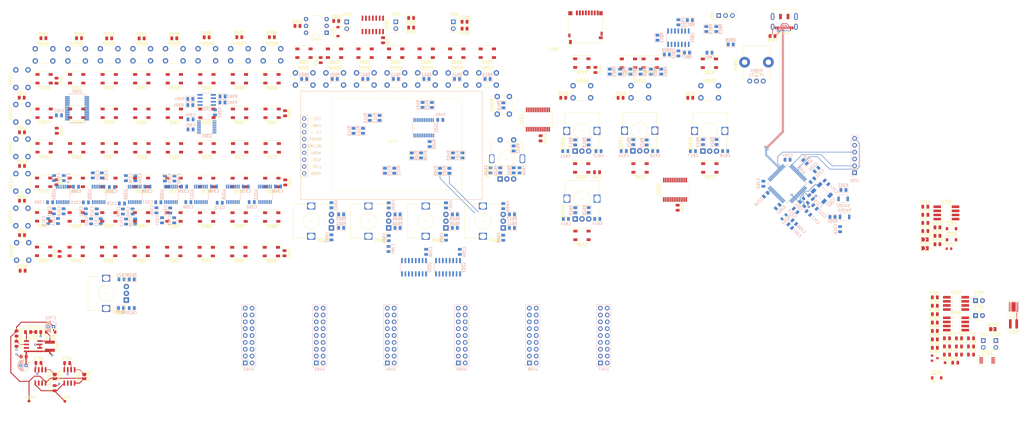
<source format=kicad_pcb>
(kicad_pcb (version 20221018) (generator pcbnew)
  (layers (0 "F.Cu" signal) (1 "In1.Cu" signal) (2 "In2.Cu" signal) (31 "B.Cu" signal) (34 "B.Paste" user) (35 "F.Paste" user) (36 "B.SilkS" user "B.Silkscreen") (37 "F.SilkS" user "F.Silkscreen") (38 "B.Mask" user) (39 "F.Mask" user) (44 "Edge.Cuts" user))
  (net 0 "")
  (net 1 "+3.3V")
  (net 2 "GND")
  (net 3 "+3.3VA")
  (net 4 "Net-(U201-VCAP1)")
  (net 5 "HSE_OUT")
  (net 6 "HSE_IN")
  (net 7 "LFE_IN")
  (net 8 "LFE_OUT")
  (net 9 "NRST")
  (net 10 "-12V")
  (net 11 "+12V")
  (net 12 "Net-(U302A-+)")
  (net 13 "Net-(U302B-+)")
  (net 14 "Net-(U302C-+)")
  (net 15 "Net-(U302D-+)")
  (net 16 "Net-(U304-X4)")
  (net 17 "Net-(U304-X5)")
  (net 18 "Net-(U305C-+)")
  (net 19 "Net-(U305D-+)")
  (net 20 "Net-(U306-X2)")
  (net 21 "Net-(U306-X3)")
  (net 22 "Net-(U306-X0)")
  (net 23 "Net-(U306-X1)")
  (net 24 "Net-(U308-X5)")
  (net 25 "Net-(U308-X4)")
  (net 26 "Net-(U308-X0)")
  (net 27 "Net-(U308-X3)")
  (net 28 "Net-(U309-X5)")
  (net 29 "Net-(U308-X2)")
  (net 30 "Net-(U309-X4)")
  (net 31 "Net-(U308-X1)")
  (net 32 "Net-(U309-X3)")
  (net 33 "Net-(U309-X2)")
  (net 34 "Net-(U309-X0)")
  (net 35 "Net-(U309-X1)")
  (net 36 "Net-(U313-X0)")
  (net 37 "Net-(U313-X1)")
  (net 38 "Net-(U313-X2)")
  (net 39 "Net-(U313-X3)")
  (net 40 "Net-(U313-X4)")
  (net 41 "Net-(U313-X5)")
  (net 42 "Net-(U314D-+)")
  (net 43 "Net-(U315D-+)")
  (net 44 "Net-(U316A-+)")
  (net 45 "Net-(U316B-+)")
  (net 46 "Net-(U316C-+)")
  (net 47 "Net-(U316D-+)")
  (net 48 "Net-(U318-X0)")
  (net 49 "Net-(U318-X2)")
  (net 50 "Net-(U317-X2)")
  (net 51 "Net-(U317-X4)")
  (net 52 "ENCA_R")
  (net 53 "ENCA_L")
  (net 54 "ENCB_R")
  (net 55 "ENCB_L")
  (net 56 "ENCC_R")
  (net 57 "ENCC_L")
  (net 58 "ENCD_R")
  (net 59 "ENCD_L")
  (net 60 "ENCCF_R")
  (net 61 "ENCCF_L")
  (net 62 "ENCRES_R")
  (net 63 "ENCRES_L")
  (net 64 "ENCPWM_R")
  (net 65 "ENCPWM_L")
  (net 66 "ENCFOLD_R")
  (net 67 "ENCFOLD_L")
  (net 68 "ENCDEPTH_R")
  (net 69 "ENCDEPTH_L")
  (net 70 "Net-(U701-Vc)")
  (net 71 "Net-(C701-Pad2)")
  (net 72 "Net-(U702-CAP+)")
  (net 73 "Net-(U702-CAP-)")
  (net 74 "Net-(U705-CAP+)")
  (net 75 "Net-(U705-CAP-)")
  (net 76 "ENCMENU_L")
  (net 77 "VDD")
  (net 78 "ENCMENU_R")
  (net 79 "Net-(C801-Pad1)")
  (net 80 "Net-(C801-Pad2)")
  (net 81 "Net-(D201-K)")
  (net 82 "Net-(D201-A)")
  (net 83 "VBUS")
  (net 84 "MS_1")
  (net 85 "MS_2")
  (net 86 "MS_3")
  (net 87 "MS_5")
  (net 88 "MS_6")
  (net 89 "MS_4")
  (net 90 "Net-(D549-DOUT)")
  (net 91 "Net-(D550-DOUT)")
  (net 92 "Net-(D551-DOUT)")
  (net 93 "Net-(D552-DOUT)")
  (net 94 "Net-(D553-DOUT)")
  (net 95 "Net-(D554-DOUT)")
  (net 96 "Net-(D555-DOUT)")
  (net 97 "Net-(D556-DOUT)")
  (net 98 "PIXELS_MATRIX")
  (net 99 "Net-(D557-DOUT)")
  (net 100 "Net-(D558-DOUT)")
  (net 101 "Net-(D559-DOUT)")
  (net 102 "Net-(D560-DOUT)")
  (net 103 "Net-(D561-DOUT)")
  (net 104 "Net-(D562-DOUT)")
  (net 105 "Net-(D563-DOUT)")
  (net 106 "Net-(D565-DOUT)")
  (net 107 "Net-(D566-DOUT)")
  (net 108 "Net-(D567-DOUT)")
  (net 109 "Net-(D568-DOUT)")
  (net 110 "Net-(D569-DOUT)")
  (net 111 "Net-(D570-DOUT)")
  (net 112 "Net-(D571-DOUT)")
  (net 113 "Net-(D572-DOUT)")
  (net 114 "Net-(D573-DOUT)")
  (net 115 "Net-(D574-DOUT)")
  (net 116 "Net-(D575-DOUT)")
  (net 117 "Net-(D576-DOUT)")
  (net 118 "Net-(D577-DOUT)")
  (net 119 "Net-(D578-DOUT)")
  (net 120 "Net-(D579-DOUT)")
  (net 121 "Net-(D580-DOUT)")
  (net 122 "Net-(D581-DOUT)")
  (net 123 "Net-(D582-DOUT)")
  (net 124 "Net-(D583-DOUT)")
  (net 125 "Net-(D584-DOUT)")
  (net 126 "Net-(D585-DOUT)")
  (net 127 "Net-(D586-DOUT)")
  (net 128 "Net-(D587-DOUT)")
  (net 129 "Net-(D588-DOUT)")
  (net 130 "Net-(D589-DOUT)")
  (net 131 "Net-(D590-DOUT)")
  (net 132 "Net-(D591-DOUT)")
  (net 133 "Net-(D592-DOUT)")
  (net 134 "Net-(D593-DOUT)")
  (net 136 "PIXELS_MAIN")
  (net 137 "Net-(D601-DOUT)")
  (net 138 "Net-(D602-DOUT)")
  (net 139 "Net-(D603-DOUT)")
  (net 140 "Net-(D604-DOUT)")
  (net 141 "Net-(D605-DOUT)")
  (net 142 "Net-(D606-DOUT)")
  (net 143 "VOICE_PX")
  (net 144 "Net-(D609-DOUT)")
  (net 145 "Net-(D610-DOUT)")
  (net 146 "Net-(D611-DOUT)")
  (net 147 "MODE_PX")
  (net 148 "Net-(D613-DOUT)")
  (net 149 "Net-(D614-DOUT)")
  (net 150 "Net-(D615-DOUT)")
  (net 152 "Net-(D701-A)")
  (net 153 "+12VA")
  (net 154 "TCK")
  (net 155 "TMS")
  (net 156 "SWO")
  (net 157 "Net-(J202-CC1)")
  (net 158 "USB_D+")
  (net 159 "USB_D-")
  (net 162 "Net-(J203-Pin_1)")
  (net 163 "Net-(J204-Pin_1)")
  (net 164 "Net-(J204-Pin_2)")
  (net 165 "Net-(J205-Pin_1)")
  (net 166 "Net-(J205-Pin_2)")
  (net 168 "SD_CS")
  (net 169 "DISP_MOSI")
  (net 170 "DISP_SCK")
  (net 171 "DISP_MISO")
  (net 175 "V1_CLK2")
  (net 176 "V1_CLK1")
  (net 177 "LVL2_V1")
  (net 178 "LVL1_V1")
  (net 179 "I2C_MUX_RST")
  (net 180 "BATT_REF")
  (net 181 "CUTOFF_V1")
  (net 182 "FOLD_V1")
  (net 183 "VCA_V1")
  (net 184 "V1_OUT")
  (net 185 "SDA_V1")
  (net 186 "SCL_V1")
  (net 187 "V2_CLK2")
  (net 188 "V2_CLK1")
  (net 189 "LVL2_V2")
  (net 190 "LVL1_V2")
  (net 191 "CUTOFF_V2")
  (net 192 "FOLD_V2")
  (net 193 "VCA_V2")
  (net 194 "V2_OUT")
  (net 195 "SDA_V2")
  (net 196 "SCL_V2")
  (net 197 "V3_CLK2")
  (net 198 "V3_CLK1")
  (net 199 "LVL2_V3")
  (net 200 "LVL1_V3")
  (net 201 "CUTOFF_V3")
  (net 202 "FOLD_V3")
  (net 203 "VCA_V3")
  (net 204 "V3_OUT")
  (net 205 "SDA_V3")
  (net 206 "SCL_V3")
  (net 207 "V4_CLK2")
  (net 208 "V4_CLK1")
  (net 209 "LVL2_V4")
  (net 210 "LVL1_V4")
  (net 211 "CUTOFF_V4")
  (net 212 "FOLD_V4")
  (net 213 "VCA_V4")
  (net 214 "V4_OUT")
  (net 215 "SDA_V4")
  (net 216 "SCL_V4")
  (net 217 "V5_CLK2")
  (net 218 "V5_CLK1")
  (net 219 "LVL2_V5")
  (net 220 "LVL1_V5")
  (net 221 "CUTOFF_V5")
  (net 222 "FOLD_V5")
  (net 223 "VCA_V5")
  (net 224 "V5_OUT")
  (net 225 "SDA_V5")
  (net 226 "SCL_V5")
  (net 227 "V6_CLK2")
  (net 228 "V6_CLK1")
  (net 229 "LVL2_V6")
  (net 230 "LVL1_V6")
  (net 231 "CUTOFF_V6")
  (net 232 "FOLD_V6")
  (net 233 "VCA_V6")
  (net 234 "V6_OUT")
  (net 235 "SDA_V6")
  (net 236 "SCL_V6")
  (net 237 "VCC")
  (net 238 "AUDIO_OUT_T")
  (net 239 "Net-(JP701-A)")
  (net 240 "Net-(JP702-A)")
  (net 241 "BOOT0")
  (net 242 "Net-(R206-Pad2)")
  (net 243 "Net-(R208-Pad2)")
  (net 244 "PWM2_V1")
  (net 245 "PWM2_V5")
  (net 246 "PWM2_V3")
  (net 247 "PWM1_V5")
  (net 248 "PWM1_V3")
  (net 249 "PWM1_V1")
  (net 250 "PWM2_V6")
  (net 251 "PWM2_V4")
  (net 252 "PWM1_V6")
  (net 253 "PWM1_V4")
  (net 254 "PWM2_V2")
  (net 255 "PWM1_V2")
  (net 256 "CUTOFF_DAC")
  (net 257 "POTS_SCL")
  (net 258 "POTS_SDA")
  (net 259 "MD_1")
  (net 260 "MD_2")
  (net 261 "MD_3")
  (net 262 "MD_4")
  (net 263 "MD_5")
  (net 264 "MD_6")
  (net 265 "MD_7")
  (net 266 "MD_8")
  (net 267 "ENV1_B")
  (net 268 "ENV2_B")
  (net 269 "LFO1_B")
  (net 270 "LFO2_B")
  (net 271 "LFO3_B")
  (net 272 "MIX1_B")
  (net 273 "MIX2_B")
  (net 274 "MENU_B")
  (net 275 "FF_B")
  (net 276 "HPMODE_B")
  (net 277 "PWMTOG_B")
  (net 278 "Net-(U701-FB)")
  (net 279 "-12VA")
  (net 280 "Net-(U801A--)")
  (net 281 "Net-(R808-Pad1)")
  (net 282 "Net-(U801B--)")
  (net 283 "Net-(R809-Pad2)")
  (net 284 "Net-(U801D--)")
  (net 285 "Net-(R812-Pad2)")
  (net 288 "HP_MODE")
  (net 289 "FAN")
  (net 290 "DAC_INH")
  (net 292 "PITCH_SS")
  (net 293 "PITCH_SCK")
  (net 295 "PITCH_MOSI")
  (net 298 "FOLD_FIRST")
  (net 299 "DAC_A0")
  (net 300 "DAC_A1")
  (net 301 "DAC_A2")
  (net 302 "EXP_CS")
  (net 303 "EXP_SCK")
  (net 304 "EXP_MISO")
  (net 305 "EXP_MOSI")
  (net 306 "EXP_INTR_A")
  (net 307 "EXP_INTR_B")
  (net 308 "LDAC")
  (net 309 "DAC_SDA")
  (net 310 "DAC_SCL")
  (net 311 "EXP_INTR_C")
  (net 313 "DISP_CS")
  (net 314 "DISP_DC")
  (net 315 "MIDI_TX")
  (net 316 "Net-(U202-QH')")
  (net 324 "Net-(U205-Pad2)")
  (net 325 "Net-(U205-Pad6)")
  (net 330 "LVL1_DAC")
  (net 331 "PWM1_DAC")
  (net 332 "FOLD_DAC")
  (net 333 "Net-(U301-VOUTG)")
  (net 335 "VCA_DAC")
  (net 336 "PWM2_DAC")
  (net 337 "LVL2_DAC")
  (net 359 "Net-(Q703A-B1)")
  (net 360 "Net-(Q702B-B2)")
  (net 361 "Net-(D702-A)")
  (net 362 "FFMODE_B")
  (net 371 "Net-(D564-DOUT)")
  (net 372 "Net-(D594-DOUT)")
  (net 373 "Net-(D595-DOUT)")
  (net 374 "Net-(U303B-+)")
  (net 375 "Net-(U303A-+)")
  (net 376 "Net-(U320A--)")
  (net 377 "Net-(U320B-+)")
  (net 378 "Net-(U320B--)")
  (net 379 "AUDIO_OUT_R")
  (net 380 "MIDI_LX")
  (net 383 "DISP_LST")
  (net 384 "Net-(D706-A)")
  (net 385 "Net-(Q703B-B2)")
  (net 388 "ALT_B")
  (net 389 "Net-(U703-THERM)")
  (net 390 "VBATT")
  (net 391 "V_PWR")
  (net 392 "+3.3VP")
  (net 393 "Net-(Q704A-B1)")
  (net 394 "Net-(D702-K)")
  (net 395 "Net-(D703-K)")
  (net 396 "Net-(D703-A)")
  (net 397 "Net-(D704-K)")
  (net 398 "Net-(D704-A)")
  (net 399 "Net-(L702-Pad1)")
  (net 400 "Net-(L702-Pad2)")
  (net 401 "Net-(Q702A-B1)")
  (net 404 "Net-(Q704B-B2)")
  (net 407 "Net-(U703-PROG)")
  (net 411 "VIN")
  (footprint "LED_THT:LED_D3.0mm" (layer "F.Cu") (at 361.265 107.985)
    (fp_text reference "D702")
    (fp_text value "PWR")
  )
  (footprint "LED_SMD:LED_SK6812_PLCC4_5.0x5.0mm_P3.2mm" (layer "F.Cu") (at 16.075 89.725 180)
    (fp_text reference "D589")
    (fp_text value "SK6812")
  )
  (footprint "Inductor_SMD:L_Coilcraft_XAL4020-XXX" (layer "F.Cu") (at 375.31 116.63 180)
    (fp_text reference "L702")
    (fp_text value "1u5")
  )
  (footprint "Capacitor_SMD:C_0805_2012Metric" (layer "F.Cu") (at 105.3 90.425 -90)
    (fp_text reference "C507")
    (fp_text value "100n")
  )
  (footprint "Package_SO:SOIC-8_3.9x4.9mm_P1.27mm" (layer "F.Cu") (at 12.2 124.9)
    (fp_text reference "U701")
    (fp_text value "CS5173")
  )
  (footprint "Connector_PinHeader_2.54mm:PinHeader_1x02_P2.54mm_Vertical" (layer "F.Cu") (at 368.765 122.795)
    (fp_text reference "J702")
    (fp_text value "POWER")
  )
  (footprint "PCM_Resistor_SMD_AKL:R_0805_2012Metric" (layer "F.Cu") (at 255.5888 32.796)
    (fp_text reference "R625")
    (fp_text value "47k" hide)
  )
  (footprint "LED_SMD:LED_SK6812_PLCC4_5.0x5.0mm_P3.2mm" (layer "F.Cu") (at 76.432141 77.005 180)
    (fp_text reference "D586")
    (fp_text value "SK6812")
  )
  (footprint "PCM_Potentiometer_THT_AKL_Double:Potentiometer_Alps_RK09K_Single_Vertical" (layer "F.Cu") (at 282.62 26.59 90)
    (fp_text reference "RV801")
    (fp_text value "100kA" hide)
  )
  (footprint "LED_SMD:LED_SK6812_PLCC4_5.0x5.0mm_P3.2mm" (layer "F.Cu") (at 215.4888 83.806 180)
    (fp_text reference "D610")
    (fp_text value "SK6812")
  )
  (footprint "LED_SMD:LED_SK6812_PLCC4_5.0x5.0mm_P3.2mm" (layer "F.Cu") (at 76.582141 38.545 180)
    (fp_text reference "D562")
    (fp_text value "SK6812")
  )
  (footprint "Button_Switch_THT:SW_PUSH_6mm" (layer "F.Cu") (at 143.303084 23.556)
    (fp_text reference "SW604")
    (fp_text value "LFO2_B")
  )
  (footprint "PCM_Diode_SMD_AKL:D_SOD-123" (layer "F.Cu") (at 352.355 81.335)
    (fp_text reference "D705")
    (fp_text value "PMEG3030" hide)
  )
  (footprint "LED_SMD:LED_SK6812_PLCC4_5.0x5.0mm_P3.2mm" (layer "F.Cu") (at 16.110716 76.925 180)
    (fp_text reference "D581")
    (fp_text value "SK6812")
  )
  (footprint "PCM_Resistor_SMD_AKL:R_0805_2012Metric" (layer "F.Cu") (at 208.5288 32.786)
    (fp_text reference "R626")
    (fp_text value "47k" hide)
  )
  (footprint "Capacitor_SMD:C_0805_2012Metric" (layer "F.Cu") (at 24.800001 131.15 180)
    (fp_text reference "C704")
    (fp_text value "10u")
  )
  (footprint "Capacitor_SMD:C_0805_2012Metric" (layer "F.Cu") (at 220.4688 22.456 90)
    (fp_text reference "C624")
    (fp_text value "100n")
  )
  (footprint "LED_SMD:LED_SK6812_PLCC4_5.0x5.0mm_P3.2mm" (layer "F.Cu") (at 240.7388 19.966 180)
    (fp_text reference "D615")
    (fp_text value "SK6812")
  )
  (footprint "LED_SMD:LED_SK6812_PLCC4_5.0x5.0mm_P3.2mm" (layer "F.Cu") (at 28.317858 25.725 180)
    (fp_text reference "D550")
    (fp_text value "SK6812")
  )
  (footprint "PCM_Resistor_SMD_AKL:R_0805_2012Metric" (layer "F.Cu") (at 346.18 113.01)
    (fp_text reference "R706")
    (fp_text value "33k" hide)
  )
  (footprint "LED_SMD:LED_SK6812_PLCC4_5.0x5.0mm_P3.2mm" (layer "F.Cu") (at 64.517856 38.5382 180)
    (fp_text reference "D561")
    (fp_text value "SK6812")
  )
  (footprint "Button_Switch_THT:SW_PUSH_6mm" (layer "F.Cu") (at 233.6488 28.296)
    (fp_text reference "SW611")
    (fp_text value "HP_B")
  )
  (footprint "LED_SMD:LED_SK6812_PLCC4_5.0x5.0mm_P3.2mm" (layer "F.Cu") (at 28.332144 51.345 180)
    (fp_text reference "D566")
    (fp_text value "SK6812")
  )
  (footprint "Capacitor_SMD:C_0805_2012Metric" (layer "F.Cu") (at 20.15 140.45 90)
    (fp_text reference "C713")
    (fp_text value "10u")
  )
  (footprint "PCM_Resistor_SMD_AKL:R_0805_2012Metric" (layer "F.Cu") (at 346.18 119.25)
    (fp_text reference "R708")
    (fp_text value "680" hide)
  )
  (footprint "Alps_Rotary_Encoder:RotaryEncoder_Alps_EC11E-Switch_Vertical_H20mm_5Pin" (layer "F.Cu") (at 185.17 62.89 90)
    (fp_text reference "SW612")
    (fp_text value "ENC_MENU")
  )
  (footprint "LED_SMD:LED_SK6812_PLCC4_5.0x5.0mm_P3.2mm" (layer "F.Cu") (at 88.646426 38.545 180)
    (fp_text reference "D563")
    (fp_text value "SK6812")
  )
  (footprint "Connector_PinSocket_2.54mm:PinSocket_1x02_P2.54mm_Vertical" (layer "F.Cu") (at 167.825 4.6)
    (fp_text reference "J205")
    (fp_text value "MIDI_Out")
  )
  (footprint "Button_Switch_THT:SW_PUSH_6mm" (layer "F.Cu") (at 184.1 38.82 90)
    (fp_text reference "SW608")
    (fp_text value "ALT_B")
  )
  (footprint "LED_SMD:LED_SK6812_PLCC4_5.0x5.0mm_P3.2mm" (layer "F.Cu") (at 40.175 89.781 180)
    (fp_text reference "D591")
    (fp_text value "SK6812")
  )
  (footprint "Button_Switch_THT:SW_PUSH_6mm" (layer "F.Cu") (at 13 14.625)
    (fp_text reference "SW501")
    (fp_text value "MD1")
  )
  (footprint "PCM_Resistor_SMD_AKL:R_0805_2012Metric" (layer "F.Cu") (at 346.18 106.77)
    (fp_text reference "R704")
    (fp_text value "3k3" hide)
  )
  (footprint "PCM_Resistor_SMD_AKL:R_0805_2012Metric" (layer "F.Cu") (at 346.18 109.89)
    (fp_text reference "R705")
    (fp_text value "470" hide)
  )
  (footprint "LED_SMD:LED_SK6812_PLCC4_5.0x5.0mm_P3.2mm" (layer "F.Cu") (at 40.403572 51.3474 180)
    (fp_text reference "D567")
    (fp_text value "SK6812")
  )
  (footprint "PCM_Resistor_SMD_AKL:R_0805_2012Metric" (layer "F.Cu") (at 29.2 10.675)
    (fp_text reference "R502")
    (fp_text value "47k" hide)
  )
  (footprint "Capacitor_SMD:C_0805_2012Metric" (layer "F.Cu") (at 118.6988 18.816 90)
    (fp_text reference "C622")
    (fp_text value "100n")
  )
  (footprint "Button_Switch_THT:SW_PUSH_6mm" (layer "F.Cu") (at 73.28571 14.575)
    (fp_text reference "SW506")
    (fp_text value "MD6")
  )
  (footprint "PCM_Resistor_SMD_AKL:R_0805_2012Metric" (layer "F.Cu") (at 16 10.675)
    (fp_text reference "R501")
    (fp_text value "47k" hide)
  )
  (footprint "Package_SO:SOIC-8_3.9x4.9mm_P1.27mm" (layer "F.Cu") (at 14.9 136.1 -90)
    (fp_text reference "U705")
    (fp_text value "TC7662Bx0A")
  )
  (footprint "LED_SMD:LED_SK6812_PLCC4_5.0x5.0mm_P3.2mm" (layer "F.Cu") (at 16.260716 38.525 180)
    (fp_text reference "D557")
    (fp_text value "SK6812")
  )
  (footprint "LED_SMD:LED_SK6812_PLCC4_5.0x5.0mm_P3.2mm" (layer "F.Cu") (at 100.660716 25.725 180)
    (fp_text reference "D556")
    (fp_text value "SK6812")
  )
  (footprint "TestPoint:TestPoint_Pad_D1.0mm_Value" (layer "F.Cu") (at 23.93 145.31)
    (fp_text reference "TP702" hide)
    (fp_text value "-12A")
  )
  (footprint "Capacitor_SMD:C_0805_2012Metric" (layer "F.Cu") (at 342.65 79.18)
    (fp_text reference "C717")
    (fp_text value "1u")
  )
  (footprint "LED_SMD:LED_SK6812_PLCC4_5.0x5.0mm_P3.2mm" (layer "F.Cu") (at 76.546426 25.725 180)
    (fp_text reference "D554")
    (fp_text value "SK6812")
  )
  (footprint "PCM_Resistor_SMD_AKL:R_0805_2012Metric" (layer "F.Cu") (at 172 4.6)
    (fp_text reference "R208")
    (fp_text value "220" hide)
  )
  (footprint "LED_SMD:LED_SK6812_PLCC4_5.0x5.0mm_P3.2mm" (layer "F.Cu") (at 52.432142 25.725 180)
    (fp_text reference "D552")
    (fp_text value "SK6812")
  )
  (footprint "Capacitor_SMD:C_0805_2012Metric" (layer "F.Cu") (at 355.115 124.985)
    (fp_text reference "C710")
    (fp_text value "10u")
  )
  (footprint "Button_Switch_THT:SW_PUSH_6mm" (layer "F.Cu") (at 6.080001 93.00714 90)
    (fp_text reference "SW509")
    (fp_text value "MS1")
  )
  (footprint "PCM_Resistor_SMD_AKL:R_0805_2012Metric" (layer "F.Cu") (at 347.135 83.965)
    (fp_text reference "R714")
    (fp_text value "10k" hide)
  )
  (footprint "LED_SMD:LED_SK6812_PLCC4_5.0x5.0mm_P3.2mm" (layer "F.Cu") (at 40.253572 64.1586 180)
    (fp_text reference "D575")
    (fp_text value "SK6812")
  )
  (footprint "PCM_Diode_SMD_AKL:D_SOD-123" (layer "F.Cu") (at 18.7 119.65 180)
    (fp_text reference "D701")
    (fp_text value "PMEG3030" hide)
  )
  (footprint "PCM_4ms_Package_SOIC:SM-8" (layer "F.Cu") (at 350.5135 75.47)
    (fp_text reference "Q703")
    (fp_text value "TD6790")
  )
  (footprint "Jumper:SolderJumper-2_Open_TrianglePad_0805" (layer "F.Cu") (at 20.2 136.1 -90)
    (fp_text reference "JP702")
    (fp_text value "INV_HIFREQ")
  )
  (footprint "Resistor_SMD:R_0603_1608Metric" (layer "F.Cu") (at 351.4 88.74)
    (fp_text reference "TH701")
    (fp_text value "10k")
  )
  (footprint "PCM_Resistor_SMD_AKL:R_0805_2012Metric" (layer "F.Cu") (at 346.18 125.49)
    (fp_text reference "R710")
    (fp_text value "12k" hide)
  )
  (footprint "PCM_Resistor_SMD_AKL:R_0805_2012Metric" (layer "F.Cu") (at 346.18 122.37)
    (fp_text reference "R709")
    (fp_text value "12k" hide)
  )
  (footprint "Connector_Card:microSD_HC_Hirose_DM3D-SF" (layer "F.Cu") (at 216.779999 6.65 180)
    (fp_text reference "J206")
    (fp_text value "Micro_SD_Card_Det2")
  )
  (footprint "Capacitor_SMD:C_0805_2012Metric" (layer "F.Cu") (at 359.565 127.995)
    (fp_text reference "C720")
    (fp_text value "100n")
  )
  (footprint "Rotary_Encoder:RotaryEncoder_Alps_EC12E_Vertical_H20mm" (layer "F.Cu") (at 122.686 81.025 180)
    (fp_text reference "RE601")
    (fp_text value "ENCA")
  )
  (footprint "LED_SMD:LED_SK6812_PLCC4_5.0x5.0mm_P3.2mm" (layer "F.Cu") (at 100.610716 64.185 180)
    (fp_text reference "D580")
    (fp_text value "SK6812")
  )
  (footprint "PCM_4ms_Package_SOIC:SM-8" (layer "F.Cu") (at 354.0785 116.655)
    (fp_text reference "Q704")
    (fp_text value "TD6790")
  )
  (footprint "Capacitor_SMD:C_0805_2012Metric" (layer "F.Cu") (at 20.860716 26.449999 -90)
    (fp_text reference "C503")
    (fp_text value "100n")
  )
  (footprint "Capacitor_SMD:C_0805_2012Metric" (layer "F.Cu") (at 250.925 73.55 -90)
    (fp_text reference "C619")
    (fp_text value "100n")
  )
  (footprint "Capacitor_SMD:C_0805_2012Metric" (layer "F.Cu") (at 8.7 128.75 180)
    (fp_text reference "C714")
    (fp_text value "1u")
  )
  (footprint "Button_Switch_THT:SW_PUSH_6mm" (layer "F.Cu") (at 120.660228 23.556)
    (fp_text reference "SW602")
    (fp_text value "ENV2_B")
  )
  (footprint "Capacitor_SMD:C_0805_2012Metric" (layer "F.Cu") (at 20.785716 64.099999 -90)
    (fp_text reference "C506")
    (fp_text value "100n")
  )
  (footprint "LED_SMD:LED_SK6812_PLCC4_5.0x5.0mm_P3.2mm" (layer "F.Cu") (at 88.689284 51.365 180)
    (fp_text reference "D571")
    (fp_text value "SK6812")
  )
  (footprint "Connector_PinHeader_2.54mm:PinHeader_1x02_P2.54mm_Vertical" (layer "F.Cu") (at 364.115 122.795)
    (fp_text reference "J701")
    (fp_text value "BATTERY")
  )
  (footprint "Capacitor_SMD:C_0805_2012Metric" (layer "F.Cu") (at 105.575 64.175 -90)
    (fp_text reference "C505")
    (fp_text value "100n")
  )
  (footprint "Capacitor_SMD:C_0805_2012Metric" (layer "F.Cu") (at 342.65 73.16)
    (fp_text reference "C715")
    (fp_text value "1u")
  )
  (footprint "LED_SMD:LED_SK6812_PLCC4_5.0x5.0mm_P3.2mm" (layer "F.Cu") (at 16.260716 25.725 180)
    (fp_text reference "D549")
    (fp_text value "SK6812")
  )
  (footprint "Button_Switch_THT:SW_PUSH_6mm" (layer "F.Cu") (at 5.8 41.771428 90)
    (fp_text reference "SW513")
    (fp_text value "MS5")
  )
  (footprint "Capacitor_SMD:C_0805_2012Metric" (layer "F.Cu") (at 20.960716 44.999999 -90)
    (fp_text reference "C504")
    (fp_text value "100n")
  )
  (footprint "Capacitor_SMD:C_0805_2012Metric" (layer "F.Cu") (at 350.665 127.995)
    (fp_text reference "C708")
    (fp_text value "1u")
  )
  (footprint "Connector_PinSocket_2.54mm:PinSocket_1x02_P2.54mm_Vertical" (layer "F.Cu") (at 128.35 4.65)
    (fp_text reference "J203")
    (fp_text value "MIDI_In")
  )
  (footprint "Capacitor_SMD:C_0805_2012Metric" (layer "F.Cu") (at 200.155 47.8 -90)
    (fp_text reference "C610")
    (fp_text value "100n")
  )
  (footprint "Capacitor_SMD:C_0805_2012Metric" (layer "F.Cu") (at 359.565 121.975)
    (fp_text reference "C712")
    (fp_text value "22u")
  )
  (footprint "LED_SMD:LED_SK6812_PLCC4_5.0x5.0mm_P3.2mm" (layer "F.Cu") (at 88.539284 64.185 180)
    (fp_text reference "D579")
    (fp_text value "SK6812")
  )
  (footprint "Button_Switch_THT:SW_PUSH_6mm" (layer "F.Cu") (at 5.8 28.95 90)
    (fp_text reference "SW514")
    (fp_text value "MS6")
  )
  (footprint "LED_SMD:LED_SK6812_PLCC4_5.0x5.0mm_P3.2mm" (layer "F.Cu") (at 52.325 64.155 180)
    (fp_text reference "D576")
    (fp_text value "SK6812")
  )
  (footprint "Rotary_Encoder:RotaryEncoder_Alps_EC12E_Vertical_H20mm" (layer "F.Cu") (at 212.9388 52.556 90)
    (fp_text reference "RE605")
    (fp_text value "ENC_CF")
  )
  (footprint "Connector_USB:USB_C_Receptacle_JAE_DX07S016JA1R1500" (layer "F.Cu") (at 290.4 3.8 180)
    (fp_text reference "J202")
    (fp_text value "USB_C_Leceptacle_USB2.0")
  )
  (footprint "Button_Switch_THT:SW_PUSH_6mm" (layer "F.Cu") (at 165.94594 23.556)
    (fp_text reference "SW606")
    (fp_text value "MIX1_B")
  )
  (footprint "Jumper:SolderJumper-2_Open_TrianglePad_0805" (layer "F.Cu") (at 342.55 85.32)
    (fp_text reference "JP703")
    (fp_text value "POS_CM")
  )
  (footprint "Capacitor_SMD:C_0805_2012Metric" (layer "F.Cu") (at 221.0588 60.386 180)
    (fp_text reference "C623")
    (fp_text value "100n")
  )
  (footprint "LED_SMD:LED_SK6812_PLCC4_5.0x5.0mm_P3.2mm" (layer "F.Cu") (at 40.389286 38.5362 180)
    (fp_text reference "D559")
    (fp_text value "SK6812")
  )
  (footprint "PCM_4ms_Package_SOIC:SM-8" (layer "F.Cu") (at 354.0785 109.025)
    (fp_text reference "Q702")
    (fp_text value "TD6790")
  )
  (footprint "Rotary_Encoder:RotaryEncoder_Alps_EC12E_Vertical_H20mm" (layer "F.Cu") (at 46.73 107.8 180)
    (fp_text reference "RE609")
    (fp_text value "ENC_DEPTH")
  )
  (footprint "Capacitor_SMD:C_0805_2012Metric" (layer "F.Cu") (at 10.305 119.64)
    (fp_text reference "C701")
    (fp_text value "10n")
  )
  (footprint "TestPoint:TestPoint_Pad_D1.0mm_Value" (layer "F.Cu") (at 349.965 131.025)
    (fp_text reference "TP703" hide)
    (fp_text value "VBATT")
  )
  (footprint "Capacitor_SMD:C_0805_2012Metric" (layer "F.Cu") (at 342.65 82.19)
    (fp_text reference "C718")
    (fp_text value "100n")
  )
  (footprint "PCM_Resistor_SMD_AKL:R_0805_2012Metric" (layer "F.Cu") (at 6.05 120.2 -90)
    (fp_text reference "R702")
    (fp_text value "33k" hide)
  )
  (footprint "Capacitor_SMD:C_0805_2012Metric" (layer "F.Cu") (at 342.65 76.17)
    (fp_text reference "C716")
    (fp_text value "100n")
  )
  (footprint "Button_Switch_THT:SW_PUSH_6mm" (layer "F.Cu") (at 49.171426 14.575)
    (fp_text reference "SW504")
    (fp_text value "MD4")
  )
  (footprint "PCM_Resistor_SMD_AKL:R_0805_2012Metric" (layer "F.Cu") (at 14.1 119.65)
    (fp_text reference "R701")
    (fp_text value "4k7" hide)
  )
  (footprint "Package_DIP:DIP-6_W7.62mm" (layer "F.Cu") (at 120.9 8.675 180)
    (fp_text reference "U204")
    (fp_text value "4N35")
  )
  (footprint "Package_SO:SOIC-8_3.9x4.9mm_P1.27mm" (layer "F.Cu") (at 25.644999 136.1 -90)
    (fp_text reference "U702")
    (fp_text value "TC7662Bx0A")
  )
  (footprint "LED_SMD:LED_SK6812_PLCC4_5.0x5.0mm_P3.2mm" (layer "F.Cu") (at 236.9888 58.806 180)
    (fp_text reference "D611")
    (fp_text value "SK6812")
  )
  (footprint "Button_Switch_THT:SW_PUSH_6mm" (layer "F.Cu") (at 109.3388 23.556)
    (fp_text reference "SW601")
    (fp_text value "ENV1_B")
  )
  (footprint "PCM_Resistor_SMD_AKL:R_0805_2012Metric" (layer "F.Cu") (at 6.05 124 -90)
    (fp_text reference "R703")
    (fp_text value "4k7" hide)
  )
  (footprint "PCM_Resistor_SMD_AKL:R_0805_2012Metric" (layer "F.Cu") (at 8.07 70.96)
    (fp_text reference "R511")
    (fp_text value "47k" hide)
  )
  (footprint "PCM_Diode_SMD_AKL:D_SOD-123" (layer "F.Cu") (at 352.355 85.435)
    (fp_text reference "D706")
    (fp_text value "PMEG3030" hide)
  )
  (footprint "Rotary_Encoder:RotaryEncoder_Alps_EC12E_Vertical_H20mm" (layer "F.Cu") (at 234.3588 52.476 90)
    (fp_text reference "RE607")
    (fp_text value "ENC_PWM")
  )
  (footprint "LED_SMD:LED_SK6812_PLCC4_5.0x5.0mm_P3.2mm" (layer "F.Cu") (at 215.4188 19.916 180)
    (fp_text reference "D613")
    (fp_text value "SK6812")
  )
  (footprint "Package_SO:SSOP-28_5.3x10.2mm_P0.65mm" (layer "F.Cu") (at 249.95 66.9 90)
    (fp_text reference "U603")
    (fp_text value "MCP23S17_SS")
  )
  (footprint "PCM_Package_SO_AKL:MSOP-10_3x3mm_P0.5mm" (layer "F.Cu") (at 365.55 130.13)
    (fp_text reference "U703")
    (fp_text value "MCP73834T" hide)
  )
  (footprint "LED_SMD:LED_SK6812_PLCC4_5.0x5.0mm_P3.2mm" (layer "F.Cu") (at 157.785228 16.256 180)
    (fp_text reference "D605")
    (fp_text value "SK6812")
  )
  (footprint "Rotary_Encoder:RotaryEncoder_Alps_EC12E_Vertical_H20mm" (layer "F.Cu") (at 143.890666 81.025 180)
    (fp_text reference "RE602")
    (fp_text value "ENCB")
  )
  (footprint "Rotary_Encoder:RotaryEncoder_Alps_EC12E_Vertical_H20mm" (layer "F.Cu") (at 186.3 81.025 180)
    (fp_text reference "RE604")
    (fp_text value "ENCD")
  )
  (footprint "LED_SMD:LED_SK6812_PLCC4_5.0x5.0mm_P3.2mm" (layer "F.Cu") (at 52.303571 76.965 180)
    (fp_text reference "D584")
    (fp_text value "SK6812")
  )
  (footprint "Capacitor_SMD:C_0805_2012Metric" (layer "F.Cu") (at 350.665 124.985)
    (fp_text reference "C707")
    (fp_text value "10u")
  )
  (footprint "PCM_Resistor_SMD_AKL:R_0805_2012Metric" (layer "F.Cu") (at 88.55 10.3)
    (fp_text reference "R507")
    (fp_text value "47k" hide)
  )
  (footprint "Button_Switch_THT:SW_PUSH_6mm" (layer "F.Cu") (at 154.624512 23.556)
    (fp_text reference "SW605")
    (fp_text value "LFO3_B")
  )
  (footprint "LED_SMD:LED_SK6812_PLCC4_5.0x5.0mm_P3.2mm" (layer "F.Cu") (at 64.396428 64.1646 180)
    (fp_text reference "D577")
    (fp_text value "SK6812")
  )
  (footprint "PCM_Resistor_SMD_AKL:R_0805_2012Metric" (layer "F.Cu") (at 347.135 80.845)
    (fp_text reference "R713")
    (fp_text value "470" hide)
  )
  (footprint "Button_Switch_THT:SW_PUSH_6mm" (layer "F.Cu") (at 37.114284 14.575)
    (fp_text reference "SW503")
    (fp_text value "MD3")
  )
  (footprint "PCM_Resistor_SMD_AKL:R_0805_2012Metric" (layer "F.Cu") (at 347.135 87.085)
    (fp_text reference "R715")
    (fp_text value "12k" hide)
  )
  (footprint "PCM_Diode_SMD_AKL:D_SOD-123" (layer "F.Cu") (at 346.88 136.64)
    (fp_text reference "D202")
    (fp_text value "PMEG3030" hide)
  )
  (footprint "LED_SMD:LED_SK6812_PLCC4_5.0x5.0mm_P3.2mm" (layer "F.Cu") (at 262.8388 58.806 180)
    (fp_text reference "D612")
    (fp_text value "SK6812")
  )
  (footprint "Connector_PinHeader_2.54mm:PinHeader_1x03_P2.54mm_Vertical" (layer "F.Cu") (at 266.13 2.29 90)
    (fp_text reference "J801")
    (fp_text value "AUDIO_OUT")
  )
  (footprint "PCM_Resistor_SMD_AKL:R_0805_2012Metric" (layer "F.Cu") (at 172 7.15 180)
    (fp_text reference "R209")
    (fp_text value "220" hide)
  )
  (footprint "LED_SMD:LED_SK6812_PLCC4_5.0x5.0mm_P3.2mm" (layer "F.Cu") (at 112.5138 16.256 180)
    (fp_text reference "D601")
    (fp_text value "SK6812")
  )
  (footprint "LED_SMD:LED_SK6812_PLCC4_5.0x5.0mm_P3.2mm" (layer "F.Cu") (at 16.260716 51.325 180)
    (fp_text reference "D565")
    (fp_text value "SK6812")
  )
  (footprint "PCM_4ms_Package_SOT:SOT-23" (layer "F.Cu") (at 346.145 129.325)
    (fp_text reference "Q701")
    (fp_text value "BSH205G2A")
  )
  (footprint "Diode_SMD:D_SOD-123" (layer "F.Cu") (at 125.1 8.25 90)
    (fp_text reference "D201")
    (fp_text value "1N4148")
  )
  (footprint "Rotary_Encoder:RotaryEncoder_Alps_EC12E_Vertical_H20mm" (layer "F.Cu") (at 260.2888 52.556001 90)
    (fp_text reference "RE608")
    (fp_text value "ENC_FOLD")
  )
  (footprint "LED_SMD:LED_SK6812_PLCC4_5.0x5.0mm_P3.2mm" (layer "F.Cu") (at 28.325001 38.535 180)
    (fp_text reference "D558")
    (fp_text value "SK6812")
  )
  (footprint "LED_SMD:LED_SK6812_PLCC4_5.0x5.0mm_P3.2mm" (layer "F.Cu") (at 28.182144 64.155 180)
    (fp_text reference "D574")
    (fp_text value "SK6812")
  )
  (footprint "LED_SMD:LED_SK6812_PLCC4_5.0x5.0mm_P3.2mm" (layer "F.Cu") (at 88.375 89.825 180)
    (fp_text reference "D595")
    (fp_text value "SK6812")
  )
  (footprint "PCM_Resistor_SMD_AKL:R_0805_2012Metric" (layer "F.Cu") (at 8.08 58.07)
    (fp_text reference "R512")
    (fp_text value "47k" hide)
  )
  (footprint "Capacitor_SMD:C_0805_2012Metric" (layer "F.Cu") (at 355.115 127.995)
    (fp_text reference "C711")
    (fp_text value "100n")
  )
  (footprint "Button_Switch_THT:SW_PUSH_6mm" (layer "F.Cu") (at 97.4 14.575)
    (fp_text reference "SW508")
    (fp_text value "MD8")
  )
  (footprint "Button_Switch_THT:SW_PUSH_6mm" (layer "F.Cu") (at 5.8 54.592856 90)
    (fp_text reference "SW512")
    (fp_text value "MS4")
  )
  (footprint "LED_SMD:LED_SK6812_PLCC4_5.0x5.0mm_P3.2mm" (layer "F.Cu") (at 76.467856 64.185 180)
    (fp_text reference "D578")
    (fp_text value "SK6812")
  )
  (footprint "LED_SMD:LED_SK6812_PLCC4_5.0x5.0mm_P3.2mm" (layer "F.Cu") (at 28.125 89.775 180)
    (fp_text reference "D590")
    (fp_text value "SK6812")
  )
  (footprint "Button_Switch_THT:SW_PUSH_6mm" (layer "F.Cu") (at 61.228568 14.575)
    (fp_text reference "SW505")
    (fp_text value "MD5")
  )
  (footprint "Capacitor_SMD:C_0805_2012Metric" (layer "F.Cu") (at 350.665 121.975)
    (fp_text reference "C706")
    (fp_text value "2u2")
  )
  (footprint "Capacitor_SMD:C_0805_2012Metric" (layer "F.Cu") (at 22 90.674999 90)
    (fp_text reference "C601")
    (fp_text value "100n")
  )
  (footprint "PCM_Resistor_SMD_AKL:R_0805_2012Metric" (layer "F.Cu") (at 229.7888 32.806)
    (fp_text reference "R629")
    (fp_text value "47k" hide)
  )
  (footprint "PCM_Resistor_SMD_AKL:R_0805_2012Metric" (layer "F.Cu") (at 8.08 83.7)
    (fp_text reference "R510")
    (fp_text value "47k" hide)
  )
  (footprint "PCM_Resistor_SMD_AKL:R_0805_2012Metric" (layer "F.Cu") (at 64.475 10.725)
    (fp_text reference "R505")
    (fp_text value "47k" hide)
  )
  (footprint "LED_SMD:LED_SK6812_PLCC4_5.0x5.0mm_P3.2mm" (layer "F.Cu") (at 64.367856 76.9778 180)
    (fp_text reference "D585")
    (fp_text value "SK6812")
  )
  (footprint "PCM_Resistor_SMD_AKL:R_0805_2012Metric" (layer "F.Cu") (at 76.475 10.35)
    (fp_text reference "R506")
    (fp_text value "47k" hide)
  )
  (footprint "Capacitor_SMD:C_0805_2012Metric" (layer "F.Cu") (at 14.15 131.1 180)
    (fp_text reference "C705")
    (fp_text value "10u")
  )
  (footprint "Package_SO:SSOP-28_5.3x10.2mm_P0.65mm" (layer "F.Cu") (at 199.175 40.85 90)
    (fp_text reference "U602")
    (fp_text value "MCP23S17_SS")
  )
  (footprint "LED_SMD:LED_SK6812_PLCC4_5.0x5.0mm_P3.2mm" (layer "F.Cu") (at 88.496426 77.005 180)
    (fp_text reference "D587")
    (fp_text value "SK6812")
  )
  (footprint "LED_SMD:LED_SK6812_PLCC4_5.0x5.0mm_P3.2mm" (layer "F.Cu") (at 64.546428 51.3514 180)
    (fp_text reference "D569")
    (fp_text value "SK6812")
  )
  (footprint "Jumper:SolderJumper-2_Open_TrianglePad_0805" (layer "F.Cu") (at 342.55 88.57)
    (fp_text reference "JP704")
    (fp_text value "NEG_CM")
  )
  (footprint "LED_SMD:LED_SK6812_PLCC4_5.0x5.0mm_P3.2mm" (layer "F.Cu") (at 64.489284 25.725 180)
    (fp_text reference "D553")
    (fp_text value "SK6812")
  )
  (footprint "Rotary_Encoder:RotaryEncoder_Alps_EC12E_Vertical_H20mm" (layer "F.Cu") (at 165.095332 81.025 180)
    (fp_text reference "RE603")
    (fp_text value "ENCC")
  )
  (footprint "LED_SMD:LED_SK6812_PLCC4_5.0x5.0mm_P3.2mm" (layer "F.Cu") (at 100.560716 77.005 180)
    (fp_text reference "D588")
    (fp_text value "SK6812")
  )
  (footprint "Package_SON:Texas_S-PVSON-N14" (layer "F.Cu") (at 375.34 108.61)
    (fp_text reference "U704")
    (fp_text value "TPS63021")
  )
  (footprint "LED_SMD:LED_SK6812_PLCC4_5.0x5.0mm_P3.2mm" (layer "F.Cu") (at 52.225 89.775 180)
    (fp_text reference "D592")
    (fp_text value "SK6812")
  )
  (footprint "PCM_Resistor_SMD_AKL:R_0805_2012Metric" (layer "F.Cu") (at 152.2 3.2 180)
    (fp_text reference "R206")
    (fp_text value "220" hide)
  )
  (footprint "LED_SMD:LED_SK6812_PLCC4_5.0x5.0mm_P3.2mm" (layer "F.Cu") (at 100.710716 38.545 180)
    (fp_text reference "D564")
    (fp_text value "SK6812")
  )
  (footprint "Inductor_SMD:L_Changjiang_FNR4010S" (layer "F.Cu") (at 18.4 124.9 -90)
    (fp_text reference "L701")
    (fp_text value "22uH")
  )
  (footprint "PCM_Resistor_SMD_AKL:R_0805_2012Metric" (layer "F.Cu") (at 100.625 10.3)
    (fp_text reference "R508")
    (fp_text value "47k" hide)
  )
  (footprint "Capacitor_SMD:C_0805_2012Metric" (layer "F.Cu") (at 105.525 38.525 -90)
    (fp_text reference "C502")
    (fp_text value "100n")
  )
  (footprint "LED_THT:LED_D3.0mm" (layer "F.Cu") (at 361.265 113.535)
    (fp_text reference "D703")
    (fp_text value "CHG")
  )
  (footprint "LED_SMD:LED_SK6812_PLCC4_5.0x5.0mm_P3.2mm" (layer "F.Cu") (at 76.325 89.825 180)
    (fp_text reference "D594")
    (fp_text value "SK6812")
  )
  (footprint "LED_SMD:LED_SK6812_PLCC4_5.0x5.0mm_P3.2mm" (layer "F.Cu") (at 146.467371 16.256 180)
    (fp_text reference "D604")
    (fp_text value "SK6812")
  )
  (footprint "LED_SMD:LED_SK6812_PLCC4_5.0x5.0mm_P3.2mm" (layer "F.Cu") (at 232.6888 19.966001 180)
    (fp_text reference "D614")
    (fp_text value "SK6812")
  )
  (footprint "Button_Switch_THT:SW_PUSH_6mm" (layer "F.Cu") (at 5.8 67.414284 90)
    (fp_text reference "SW511")
    (fp_text value "MS3")
  )
  (footprint "LED_SMD:LED_SK6812_PLCC4_5.0x5.0mm_P3.2mm" (layer "F.Cu") (at 28.175001 76.965 180)
    (fp_text reference "D582")
    (fp_text value "SK6812")
  )
  (footprint "Button_Switch_THT:SW_PUSH_6mm" (layer "F.Cu") (at 177.267368 23.556)
    (fp_text reference "SW607")
    (fp_text value "MIX2_B")
  )
  (footprint "LED_SMD:LED_SK6812_PLCC4_5.0x5.0mm_P3.2mm" (layer "F.Cu") (at 52.475 51.345 180)
    (fp_text reference "D568")
    (fp_text value "SK6812")
  )
  (footprint "Rotary_Encoder:RotaryEncoder_Alps_EC12E_Vertical_H20mm" (layer "F.Cu") (at 212.9888 77.706 90)
    (fp_text reference "RE606")
    (fp_text value "ENC_LES")
  )
  (footprint "Capacitor_SMD:C_0805_2012Metric" (layer "F.Cu") (at 141.8 11.45 -90)
    (fp_text reference "C217")
    (fp_text value "100n")
  )
  (footprint "LED_SMD:LED_SK6812_PLCC4_5.0x5.0mm_P3.2mm" (layer "F.Cu") (at 40.239286 76.9698 180)
    (fp_text reference "D583")
    (fp_text value "SK6812")
  )
  (footprint "Jumper:SolderJumper-2_Open_TrianglePad_0805" (layer "F.Cu") (at 367.615 118.575)
    (fp_text reference "JP705")
    (fp_text value "DIG_CM")
  )
  (footprint "Button_Switch_THT:SW_PUSH_6mm" (layer "F.Cu") (at 212.1888 28.296)
    (fp_text reference "SW610")
    (fp_text value "HP_B")
  )
  (footprint "TestPoint:TestPoint_Pad_D1.0mm_Value" (layer "F.Cu") (at 10.675 145.25)
    (fp_text reference "TP701" hide)
    (fp_text value "+12A")
  )
  (footprint "Button_Switch_THT:SW_PUSH_6mm" (layer "F.Cu") (at 25.057142 14.625)
    (fp_text reference "SW502")
    (fp_text value "MD2")
  )
  (footprint "LED_SMD:LED_0805_2012Metric" (layer "F.Cu") (at 353.735 131.02)
    (fp_text reference "D704")
    (fp_text value "LED")
  )
  (footprint "LED_SMD:LED_SK6812_PLCC4_5.0x5.0mm_P3.2mm" (layer "F.Cu") (at 16.110716 64.125 180)
    (fp_text reference "D573")
    (fp_text value "SK6812")
  )
  (footprint "Button_Switch_THT:SW_PUSH_6mm" (layer "F.Cu") (at 259.5288 28.296)
    (fp_text reference "SW609")
    (fp_text value "FF_B")
  )
  (footprint "PCM_Resistor_SMD_AKL:R_0805_2012Metric" (layer "F.Cu") (at 152.2 6.75 180)
    (fp_text reference "R207")
    (fp_text value "220" hide)
  )
  (footprint "Jumper:SolderJumper-2_Open_TrianglePad_0805" (layer "F.Cu") (at 31.15 136.1 -90)
    (fp_text reference "JP701")
    (fp_text value "INV_HIFREQ")
  )
  (footprint "LED_SMD:LED_SK6812_PLCC4_5.0x5.0mm_P3.2mm" (layer "F.Cu") (at 135.149514 16.256 180)
    (fp_text reference "D603")
    (fp_text value "SK6812")
  )
  (footprint "LED_SMD:LED_SK6812_PLCC4_5.0x5.0mm_P3.2mm" (layer "F.Cu") (at 215.3888 58.806 180)
    (fp_text reference "D609")
    (fp_text value "SK6812")
  )
  (footprint "Button_Switch_THT:SW_PUSH_6mm" (layer "F.Cu") (at 5.8 80.235712 90)
    (fp_text reference "SW510")
    (fp_text value "MS2")
  )
  (footprint "LED_SMD:LED_SK6812_PLCC4_5.0x5.0mm_P3.2mm" (layer "F.Cu") (at 180.420942 16.256 180)
    (fp_text reference "D607")
    (fp_text value "SK6812")
  )
  (footprint "LED_SMD:LED_SK6812_PLCC4_5.0x5.0mm_P3.2mm" (layer "F.Cu") (at 262.6888 19.976 180)
    (fp_text reference "D616")
    (fp_text value "SK6812")
  )
  (footprint "Button_Switch_THT:SW_PUSH_6mm" (layer "F.Cu") (at 131.981656 23.556)
    (fp_text reference "SW603")
    (fp_text value "LFO1_B")
  )
  (footprint "PCM_Resistor_SMD_AKL:R_0805_2012Metric" (layer "F.Cu") (at 124.45 4.3)
    (fp_text reference "R204")
    (fp_text value "220" hide)
  )
  (footprint "LED_SMD:LED_SK6812_PLCC4_5.0x5.0mm_P3.2mm" (layer "F.Cu") (at 52.453571 38.535 180)
    (fp_text reference "D560")
    (fp_text value "SK6812")
  )
  (footprint "PCM_Resistor_SMD_AKL:R_0805_2012Metric" (layer "F.Cu") (at 286.05 9.9 180)
    (fp_text reference "R203")
    (fp_text value "4k7" hide)
  )
  (footprint "PCM_Resistor_SMD_AKL:R_0805_2012Metric" (layer "F.Cu") (at 8.06 45.58)
    (fp_text reference "R513")
    (fp_text value "47k" hide)
  )
  (footprint "PCM_Resistor_SMD_AKL:R_0805_2012Metric" (layer "F.Cu") (at 40.375 10.75)
    (fp_text reference "R503")
    (fp_text value "47k" hide)
  )
  (footprint "Capacitor_SMD:C_0805_2012Metric" (layer "F.Cu") (at 359.565 124.985)
    (fp_text reference "C719")
    (fp_text value "22u")
  )
  (footprint "PCM_Resistor_SMD_AKL:R_0805_2012Metric" (layer "F.Cu") (at 52.4 10.75)
    (fp_text reference "R504")
    (fp_text value "47k" hide)
  )
  (footprint "PCM_Resistor_SMD_AKL:R_0805_2012Metric" (layer "F.Cu") (at 7.97 32.74)
    (fp_text reference "R514")
    (fp_text value "47k" hide)
  )
  (footprint "Capacitor_SMD:C_0805_2012Metric" (layer "F.Cu") (at 355.115 121.975)
    (fp_text reference "C709")
    (fp_text value "10u")
  )
  (footprint "LED_SMD:LED_SK6812_PLCC4_5.0x5.0mm_P3.2mm" (layer "F.Cu") (at 100.760716 51.365 180)
    (fp_text reference "D572")
    (fp_text value "SK6812")
  )
  (footprint "Display:TFTBreakout_ILI9341_340x320" (layer "F.Cu") (at 111.33 30.34)
    (fp_text reference "U601")
    (fp_text value "ILI9341")
  )
  (footprint "LED_SMD:LED_SK6812_PLCC4_5.0x5.0mm_P3.2mm" (layer "F.Cu") (at 76.617856 51.365 180)
    (fp_text reference "D570")
    (fp_text value "SK6812")
  )
  (footprint "Package_SO:SOIC-14_3.9x8.7mm_P1.27mm" (layer "F.Cu") (at 138 5.75 -90)
    (fp_text reference "U205")
    (fp_text value "74HC04")
  )
  (footprint "LED_SMD:LED_SK6812_PLCC4_5.0x5.0mm_P3.2mm" (layer "F.Cu") (at 64.275 89.791 180)
    (fp_text reference "D593")
    (fp_text value "SK6812")
  )
  (footprint "Button_Switch_THT:SW_PUSH_6mm" (layer "F.Cu") (at 85.342852 14.575)
    (fp_text reference "SW507")
    (fp_text value "MD7")
  )
  (footprint "LED_SMD:LED_SK6812_PLCC4_5.0x5.0mm_P3.2mm" (layer "F.Cu") (at 169.103085 16.256 180)
    (fp_text reference "D606")
    (fp_text value "SK6812")
  )
  (footprint "LED_SMD:LED_SK6812_PLCC4_5.0x5.0mm_P3.2mm" (layer "F.Cu") (at 88.603568 25.725 180)
    (fp_text reference "D555")
    (fp_text value "SK6812")
  )
  (footprint "LED_SMD:LED_SK6812_PLCC4_5.0x5.0mm_P3.2mm" (layer "F.Cu") (at 40.375 25.725 180)
    (fp_text reference "D551")
    (fp_text value "SK6812")
  )
  (footprint "PCM_Resistor_SMD_AKL:R_0805_2012Metric" (layer "F.Cu") (at 110.1 6.15)
    (fp_text reference "R205")
    (fp_text value "470" hide)
  )
  (footprint "LED_SMD:LED_SK6812_PLCC4_5.0x5.0mm_P3.2mm" (layer "F.Cu") (at 123.831657 16.256 180)
    (fp_text reference "D602")
    (fp_text value "SK6812")
  )
  (footprint "LED_SMD:LED_SK6812_PLCC4_5.0x5.0mm_P3.2mm" (layer "F.Cu") (at 100.425 89.825 180)
    (fp_text reference "D596")
    (fp_text value "SK6812")
  )
  (footprint "PCM_Resistor_SMD_AKL:R_0805_2012Metric" (layer "F.Cu") (at 346.18 116.13)
    (fp_text reference "R707")
    (fp_text value "100k" hide)
  )
  (footprint "Connector_PinSocket_2.54mm:PinSocket_1x02_P2.54mm_Vertical" (layer "F.Cu") (at 146.525 4.6)
    (fp_text reference "J204")
    (fp_text value "MIDI_Thru")
  )
  (footprint "PCM_Resistor_SMD_AKL:R_0805_2012Metric" (layer "F.Cu") (at 8.31 96.91)
    (fp_text reference "R509")
    (fp_text value "47k" hide)
  )
  (footprint "Package_SO:TSSOP-16_4.4x5mm_P0.65mm" (layer "B.Cu") (at 76.48 43.52)
    (fp_text reference "U301")
    (fp_text value "DAC7578xPW")
  )
  (footprint "PCM_Resistor_SMD_AKL:R_0805_2012Metric" (layer "B.Cu") (at 126.286 76.020335)
    (fp_text reference "R602")
    (fp_text value "47k" hide)
  )
  (footprint "Capacitor_SMD:C_0805_2012Metric" (layer "B.Cu") (at 143.890666 72.675001 90)
    (fp_text reference "C605")
    (fp_text value "10n")
  )
  (footprint "PCM_Resistor_SMD_AKL:R_0805_2012Metric" (layer "B.Cu") (at 246.93 16.72 180)
    (fp_text reference "R809")
    (fp_text value "100k" hide)
  )
  (footprint "Capacitor_SMD:C_0805_2012Metric" (layer "B.Cu") (at 54.535 65.745)
    (fp_text reference "C328")
    (fp_text value "100n")
  )
  (footprint "Capacitor_SMD:C_0805_2012Metric" (layer "B.Cu") (at 18.48 71.5325 180)
    (fp_text reference "C305")
    (fp_text value "100n")
  )
  (footprint "Capacitor_SMD:C_0805_2012Metric" (layer "B.Cu") (at 292.6125 80.368161 -45)
    (fp_text reference "C207")
    (fp_text value "2u2")
  )
  (footprint "Capacitor_SMD:C_0805_2012Metric" (layer "B.Cu") (at 31.75 71.585 180)
    (fp_text reference "C310")
    (fp_text value "100n")
  )
  (footprint "Package_SO:SOIC-16_3.9x9.9mm_P1.27mm" (layer "B.Cu") (at 165.855 95.615 90)
    (fp_text reference "U203")
    (fp_text value "74HC595")
  )
  (footprint "Capacitor_SMD:C_0805_2012Metric" (layer "B.Cu") (at 35.75 74.91 -90)
    (fp_text reference "C319")
    (fp_text value "470n")
  )
  (footprint "PCM_Resistor_SMD_AKL:R_0805_2012Metric" (layer "B.Cu") (at 190.17 51.569999 90)
    (fp_text reference "R632")
    (fp_text value "47k" hide)
  )
  (footprint "PCM_Resistor_SMD_AKL:R_0805_2012Metric" (layer "B.Cu") (at 48.730001 100.1 180)
    (fp_text reference "R628")
    (fp_text value "47k" hide)
  )
  (footprint "Capacitor_SMD:C_0805_2012Metric" (layer "B.Cu") (at 294.1125 78.893161 -45)
    (fp_text reference "C206")
    (fp_text value "2u2")
  )
  (footprint "PCM_Resistor_SMD_AKL:R_0805_2012Metric" (layer "B.Cu") (at 44.730001 110.75)
    (fp_text reference "R627")
    (fp_text value "47k" hide)
  )
  (footprint "PCM_Resistor_SMD_AKL:R_0805_2012Metric" (layer "B.Cu") (at 241.03 23.0775 90)
    (fp_text reference "R805")
    (fp_text value "100k" hide)
  )
  (footprint "Package_SO:SSOP-28_5.3x10.2mm_P0.65mm" (layer "B.Cu") (at 28.467858 36.7 180)
    (fp_text reference "U501")
    (fp_text value "MCP23S17_SS")
  )
  (footprint "PCM_Resistor_SMD_AKL:R_0805_2012Metric" (layer "B.Cu") (at 147.190666 76.025001 180)
    (fp_text reference "R606")
    (fp_text value "47k" hide)
  )
  (footprint "Capacitor_SMD:C_0805_2012Metric" (layer "B.Cu") (at 70.505 40.795 180)
    (fp_text reference "C304")
    (fp_text value "4u7")
  )
  (footprint "Capacitor_SMD:C_0805_2012Metric" (layer "B.Cu") (at 17.805 78.545 -90)
    (fp_text reference "C315")
    (fp_text value "470n")
  )
  (footprint "PCM_Resistor_SMD_AKL:R_0805_2012Metric" (layer "B.Cu") (at 159.9 35.45 -90)
    (fp_text reference "R402")
    (fp_text value "12k" hide)
  )
  (footprint "PCM_Resistor_SMD_AKL:R_0805_2012Metric" (layer "B.Cu") (at 126.286 81.020336 180)
    (fp_text reference "R601")
    (fp_text value "47k" hide)
  )
  (footprint "Capacitor_SMD:C_0805_2012Metric" (layer "B.Cu") (at 21.38 78.495 -90)
    (fp_text reference "C314")
    (fp_text value "470n")
  )
  (footprint "Capacitor_SMD:C_0805_2012Metric" (layer "B.Cu") (at 45.084999 71.969999 180)
    (fp_text reference "C329")
    (fp_text value "100n")
  )
  (footprint "PCM_Resistor_SMD_AKL:R_0805_2012Metric" (layer "B.Cu") (at 155.87 54.15 90)
    (fp_text reference "R408")
    (fp_text value "12k" hide)
  )
  (footprint "PCM_Resistor_SMD_AKL:R_0805_2012Metric" (layer "B.Cu") (at 70.405 33.22 180)
    (fp_text reference "R304")
    (fp_text value "10k" hide)
  )
  (footprint "PCM_Resistor_SMD_AKL:R_0805_2012Metric" (layer "B.Cu") (at 159.125 49.95 90)
    (fp_text reference "R405")
    (fp_text value "12k" hide)
  )
  (footprint "Crystal:Crystal_SMD_EuroQuartz_MT-4Pin_3.2x2.5mm" (layer "B.Cu") (at 297.6625 71.543161 135)
    (fp_text reference "Y201")
    (fp_text value "16MHz")
  )
  (footprint "PCM_Resistor_SMD_AKL:R_0805_2012Metric" (layer "B.Cu") (at 212.9388 49.336 -90)
    (fp_text reference "R617")
    (fp_text value "47k" hide)
  )
  (footprint "PCM_Resistor_SMD_AKL:R_0805_2012Metric" (layer "B.Cu") (at 217.9688 74.426 -90)
    (fp_text reference "R620")
    (fp_text value "47k" hide)
  )
  (footprint "Connector_PinHeader_2.54mm:PinHeader_1x06_P2.54mm_Vertical" (layer "B.Cu") (at 316.45 60.56)
    (fp_text reference "J201")
    (fp_text value "SWD Header")
  )
  (footprint "Capacitor_SMD:C_0805_2012Metric" (layer "B.Cu") (at 93.175 71.4675 180)
    (fp_text reference "C350")
    (fp_text value "100n")
  )
  (footprint "Capacitor_SMD:C_0805_2012Metric" (layer "B.Cu") (at 301.775 73.275 135)
    (fp_text reference "C212")
    (fp_text value "6p")
  )
  (footprint "Capacitor_SMD:C_0805_2012Metric" (layer "B.Cu") (at 165.120332 72.679667 90)
    (fp_text reference "C607")
    (fp_text value "10n")
  )
  (footprint "PCM_Resistor_SMD_AKL:R_0805_2012Metric" (layer "B.Cu") (at 112.5888 25.806 180)
    (fp_text reference "R603")
    (fp_text value "47k" hide)
  )
  (footprint "Capacitor_SMD:C_0805_2012Metric" (layer "B.Cu") (at 291.6125 55.743161)
    (fp_text reference "C204")
    (fp_text value "100n")
  )
  (footprint "PCM_Resistor_SMD_AKL:R_0805_2012Metric" (layer "B.Cu") (at 171.2 54.15 -90)
    (fp_text reference "R404")
    (fp_text value "12k" hide)
  )
  (footprint "Capacitor_SMD:C_0805_2012Metric" (layer "B.Cu") (at 221.1488 77.706)
    (fp_text reference "C614")
    (fp_text value "10n")
  )
  (footprint "Capacitor_SMD:C_0805_2012Metric" (layer "B.Cu") (at 49.985 78.6825 -90)
    (fp_text reference "C338")
    (fp_text value "470n")
  )
  (footprint "Connector_PinHeader_2.54mm:PinHeader_2x09_P2.54mm_Vertical" (layer "B.Cu") (at 143.376 131.11)
    (fp_text reference "U404")
    (fp_text value "Voice3")
  )
  (footprint "PCM_Resistor_SMD_AKL:R_0805_2012Metric" (layer "B.Cu") (at 229.612 23.0775 90)
    (fp_text reference "R802")
    (fp_text value "100k" hide)
  )
  (footprint "PCM_Resistor_SMD_AKL:R_0805_2012Metric" (layer "B.Cu") (at 70.405 35.495)
    (fp_text reference "R301")
    (fp_text value "10k" hide)
  )
  (footprint "Capacitor_SMD:C_0805_2012Metric" (layer "B.Cu") (at 60.985 62.7125 90)
    (fp_text reference "C331")
    (fp_text value "470n")
  )
  (footprint "Capacitor_SMD:C_0805_2012Metric" (layer "B.Cu") (at 282.6625 64.668161 90)
    (fp_text reference "C203")
    (fp_text value "100n")
  )
  (footprint "Capacitor_SMD:C_0805_2012Metric" (layer "B.Cu") (at 230.9588 52.536 180)
    (fp_text reference "C615")
    (fp_text value "10n")
  )
  (footprint "PCM_Resistor_SMD_AKL:R_0805_2012Metric" (layer "B.Cu") (at 162.895 59.8375 -90)
    (fp_text reference "R406")
    (fp_text value "12k" hide)
  )
  (footprint "Capacitor_SMD:C_0805_2012Metric" (layer "B.Cu") (at 181.59 59.69 90)
    (fp_text reference "C625")
    (fp_text value "10n")
  )
  (footprint "Package_SO:TSSOP-16_4.4x5mm_P0.65mm" (layer "B.Cu") (at 74.35 68.59 -90)
    (fp_text reference "U317")
    (fp_text value "TMUX4051")
  )
  (footprint "PCM_Resistor_SMD_AKL:R_0805_2012Metric" (layer "B.Cu") (at 169.19594 25.806 180)
    (fp_text reference "R614")
    (fp_text value "47k" hide)
  )
  (footprint "Capacitor_SMD:C_0805_2012Metric" (layer "B.Cu") (at 209.2988 52.546 180)
    (fp_text reference "C611")
    (fp_text value "10n")
  )
  (footprint "Connector_PinHeader_2.54mm:PinHeader_2x09_P2.54mm_Vertical" (layer "B.Cu") (at 117.068 131.11)
    (fp_text reference "U403")
    (fp_text value "Voice2")
  )
  (footprint "Capacitor_SMD:C_0805_2012Metric" (layer "B.Cu") (at 81.325 71.705 180)
    (fp_text reference "C372")
    (fp_text value "100n")
  )
  (footprint "PCM_Resistor_SMD_AKL:R_0805_2012Metric" (layer "B.Cu") (at 140.525 40.25 -90)
    (fp_text reference "R412")
    (fp_text value "12k" hide)
  )
  (footprint "Package_SO:SOIC-16_3.9x9.9mm_P1.27mm" (layer "B.Cu") (at 153.255 95.615 90)
    (fp_text reference "U202")
    (fp_text value "74HC595")
  )
  (footprint "Capacitor_SMD:C_0805_2012Metric" (layer "B.Cu") (at 300.275 69.65 -45)
    (fp_text reference "C215")
    (fp_text value "6p")
  )
  (footprint "Capacitor_SMD:C_0805_2012Metric" (layer "B.Cu") (at 69.675 71.465 180)
    (fp_text reference "C359")
    (fp_text value "100n")
  )
  (footprint "Capacitor_SMD:C_0805_2012Metric" (layer "B.Cu") (at 186.3 84.694334 -90)
    (fp_text reference "C608")
    (fp_text value "10n")
  )
  (footprint "Capacitor_SMD:C_0805_2012Metric" (layer "B.Cu") (at 79.555 38.22 -90)
    (fp_text reference "C383")
    (fp_text value "100n")
  )
  (footprint "Capacitor_SMD:C_0805_2012Metric" (layer "B.Cu") (at 44.930001 100.1 180)
    (fp_text reference "C621")
    (fp_text value "10n")
  )
  (footprint "Capacitor_SMD:C_0805_2012Metric" (layer "B.Cu") (at 122.686 72.620335 90)
    (fp_text reference "C603")
    (fp_text value "10n")
  )
  (footprint "Capacitor_SMD:C_0805_2012Metric" (layer "B.Cu") (at 49.035 74.9575 -90)
    (fp_text reference "C340")
    (fp_text value "470n")
  )
  (footprint "PCM_Resistor_SMD_AKL:R_0805_2012Metric" (layer "B.Cu") (at 168.405331 76.039667 180)
    (fp_text reference "R609")
    (fp_text value "47k" hide)
  )
  (footprint "Capacitor_SMD:C_0805_2012Metric" (layer "B.Cu") (at 23.530001 62.557501 90)
    (fp_text reference "C318")
    (fp_text value "470n")
  )
  (footprint "PCM_Resistor_SMD_AKL:R_0805_2012Metric" (layer "B.Cu") (at 270.59 13.01 180)
    (fp_text reference "R808")
    (fp_text value "100k" hide)
  )
  (footprint "PCM_Resistor_SMD_AKL:R_0805_2012Metric" (layer "B.Cu") (at 167.7 54.15 -90)
    (fp_text reference "R403")
    (fp_text value "12k" hide)
  )
  (footprint "Capacitor_SMD:C_0805_2012Metric" (layer "B.Cu") (at 50.060001 62.5825 90)
    (fp_text reference "C334")
    (fp_text value "470n")
  )
  (footprint "Capacitor_SMD:C_0805_2012Metric" (layer "B.Cu") (at 157.759999 89.915 90)
    (fp_text reference "C208")
    (fp_text value "100n")
  )
  (footprint "Capacitor_SMD:C_0805_2012Metric" (layer "B.Cu") (at 48.730001 110.75)
    (fp_text reference "C620")
    (fp_text value "10n")
  )
  (footprint "Capacitor_SMD:C_0805_2012Metric" (layer "B.Cu") (at 165.095332 84.654667 -90)
    (fp_text reference "C606")
    (fp_text value "10n")
  )
  (footprint "Package_SO:SOIC-14_3.9x8.7mm_P1.27mm" (layer "B.Cu") (at 251.18 10.5 90)
    (fp_text reference "U801")
    (fp_text value "TL074")
  )
  (footprint "Capacitor_SMD:C_0805_2012Metric" (layer "B.Cu") (at 221.6088 52.566)
    (fp_text reference "C612")
    (fp_text value "10n")
  )
  (footprint "Capacitor_SMD:C_0805_2012Metric" (layer "B.Cu") (at 262.71 16.06)
    (fp_text reference "C801")
    (fp_text value "1u")
  )
  (footprint "Button_Switch_SMD:SW_SPST_B3U-1000P" (layer "B.Cu") (at 312.7625 76.968161 180)
    (fp_text reference "SW201")
    (fp_text value "RST")
  )
  (footprint "Capacitor_SMD:C_0805_2012Metric" (layer "B.Cu") (at 122.694633 84.536768 -90)
    (fp_text reference "C602")
    (fp_text value "10n")
  )
  (footprint "Capacitor_SMD:C_0805_2012Metric" (layer "B.Cu") (at 46.635 78.6825 -90)
    (fp_text reference "C342")
    (fp_text value "470n")
  )
  (footprint "Crystal:Crystal_SMD_SeikoEpson_MC306-4Pin_8.0x3.2mm" (layer "B.Cu") (at 304.3125 68.118161 -45)
    (fp_text reference "Y202")
    (fp_text value "32.768kHZ")
  )
  (footprint "Capacitor_SMD:C_0805_2012Metric" (layer "B.Cu") (at 68.11 65.725)
    (fp_text reference "C326")
    (fp_text value "100n")
  )
  (footprint "PCM_Resistor_SMD_AKL:R_0805_2012Metric" (layer "B.Cu") (at 168.395332 81.029667 180)
    (fp_text reference "R608")
    (fp_text value "47k" hide)
  )
  (footprint "PCM_Resistor_SMD_AKL:R_0805_2012Metric" (layer "B.Cu") (at 147.190666 81.025001 180)
    (fp_text reference "R605")
    (fp_text value "47k" hide)
  )
  (footprint "Capacitor_SMD:C_0805_2012Metric" (layer "B.Cu") (at 287.975 73.125 -135)
    (fp_text reference "C202")
    (fp_text value "100n")
  )
  (footprint "Capacitor_SMD:C_0805_2012Metric" (layer "B.Cu") (at 57.86 74.5125 -90)
    (fp_text reference "C335")
    (fp_text value "470n")
  )
  (footprint "Package_SO:SOIC-8_3.9x4.9mm_P1.27mm" (layer "B.Cu") (at 76.48 33.595)
    (fp_text reference "U320")
    (fp_text value "TL072")
  )
  (footprint "Capacitor_SMD:C_0805_2012Metric" (layer "B.Cu") (at 59.935 78.2125 -90)
    (fp_text reference "C337")
    (fp_text value "470n")
  )
  (footprint "Capacitor_SMD:C_0805_2012Metric" (layer "B.Cu") (at 268.5288 52.556)
    (fp_text reference "C618")
    (fp_text value "10n")
  )
  (footprint "PCM_Resistor_SMD_AKL:R_0805_2012Metric" (layer "B.Cu") (at 180.517368 25.806 180)
    (fp_text reference "R615")
    (fp_text value "47k" hide)
  )
  (footprint "PCM_Resistor_SMD_AKL:R_0805_2012Metric" (layer "B.Cu") (at 265.25 7.29 90)
    (fp_text reference "R813")
    (fp_text value "470" hide)
  )
  (footprint "Connector_PinHeader_2.54mm:PinHeader_2x09_P2.54mm_Vertical" (layer "B.Cu") (at 90.76 131.11)
    (fp_text reference "U402")
    (fp_text value "Voice1")
  )
  (footprint "PCM_Resistor_SMD_AKL:R_0805_2012Metric" (layer "B.Cu") (at 239.4388 49.346 -90)
    (fp_text reference "R622")
    (fp_text value "47k" hide)
  )
  (footprint "PCM_Resistor_SMD_AKL:R_0805_2012Metric" (layer "B.Cu") (at 152.45 54.175 90)
    (fp_text reference "R409")
    (fp_text value "12k" hide)
  )
  (footprint "Connector_PinHeader_2.54mm:PinHeader_2x09_P2.54mm_Vertical" (layer "B.Cu") (at 195.992 131.11)
    (fp_text reference "U406")
    (fp_text value "Voice5")
  )
  (footprint "PCM_Resistor_SMD_AKL:R_0805_2012Metric" (layer "B.Cu") (at 190.159999 59.68 -90)
    (fp_text reference "R631")
    (fp_text value "47k" hide)
  )
  (footprint "PCM_Resistor_SMD_AKL:R_0805_2012Metric" (layer "B.Cu") (at 244.836 23.0775 90)
    (fp_text reference "R804")
    (fp_text value "100k" hide)
  )
  (footprint "PCM_Resistor_SMD_AKL:R_0805_2012Metric" (layer "B.Cu") (at 145.95 59.825 90)
    (fp_text reference "R411")
    (fp_text value "12k" hide)
  )
  (footprint "Capacitor_SMD:C_0805_2012Metric" (layer "B.Cu") (at 300.8375 63.368161 45)
    (fp_text reference "C201")
    (fp_text value "100n")
  )
  (footprint "PCM_Resistor_SMD_AKL:R_0805_2012Metric" (layer "B.Cu") (at 260.2888 49.196 -90)
    (fp_text reference "R623")
    (fp_text value "47k" hide)
  )
  (footprint "Capacitor_SMD:C_0805_2012Metric" (layer "B.Cu") (at 102.9 65.6925)
    (fp_text reference "C349")
    (fp_text value "100n")
  )
  (footprint "Connector_PinHeader_2.54mm:PinHeader_2x09_P2.54mm_Vertical" (layer "B.Cu") (at 169.684 131.11)
    (fp_text reference "U405")
    (fp_text value "Voice4")
  )
  (footprint "Capacitor_SMD:C_0805_2012Metric" (layer "B.Cu") (at 31.7 74.885 -90)
    (fp_text reference "C322")
    (fp_text value "470n")
  )
  (footprint "PCM_Resistor_SMD_AKL:R_0805_2012Metric" (layer "B.Cu") (at 255.44 4)
    (fp_text reference "R812")
    (fp_text value "100k" hide)
  )
  (footprint "Capacitor_SMD:C_0805_2012Metric" (layer "B.Cu") (at 46.56 62.5825 90)
    (fp_text reference "C336")
    (fp_text value "470n")
  )
  (footprint "Package_SO:TSSOP-16_4.4x5mm_P0.65mm" (layer "B.Cu") (at 98.1 68.58 -90)
    (fp_text reference "U313")
    (fp_text value "TMUX4051")
  )
  (footprint "Package_SO:TSSOP-24_4.4x7.8mm_P0.65mm" (layer "B.Cu") (at 156.85 43.9 90)
    (fp_text reference "U401")
    (fp_text value "TCA9548APWR")
  )
  (footprint "PCM_Resistor_SMD_AKL:R_0805_2012Metric" (layer "B.Cu") (at 265.3188 49.186 -90)
    (fp_text reference "R624")
    (fp_text value "47k" hide)
  )
  (footprint "Capacitor_SMD:C_0805_2012Metric" (layer "B.Cu") (at 33.65 78.585 -90)
    (fp_text reference "C321")
    (fp_text value "470n")
  )
  (footprint "Package_SO:TSSOP-16_4.4x5mm_P0.65mm" (layer "B.Cu") (at 36.45 68.61 -90)
    (fp_text reference "U306")
    (fp_text value "TMUX4051")
  )
  (footprint "PCM_Resistor_SMD_AKL:R_0805_2012Metric" (layer "B.Cu") (at 225.806 23.0775 90)
    (fp_text reference "R803")
    (fp_text value "100k" hide)
  )
  (footprint "Capacitor_SMD:C_0805_2012Metric" (layer "B.Cu") (at 19.93 62.5575 90)
    (fp_text reference "C317")
    (fp_text value "470n")
  )
  (footprint "Capacitor_SMD:C_0805_2012Metric" (layer "B.Cu") (at 302.379999 59.4 -135)
    (fp_text reference "C205")
    (fp_text value "10u")
  )
  (footprint "Capacitor_SMD:C_0805_2012Metric" (layer "B.Cu") (at 299.3375 75.493161 135)
    (fp_text reference "C211")
    (fp_text value "6p")
  )
  (footprint "PCM_Resistor_SMD_AKL:R_0805_2012Metric" (layer "B.Cu") (at 237.224 23.0775 90)
    (fp_text reference "R806")
    (fp_text value "100k" hide)
  )
  (footprint "Capacitor_SMD:C_0805_2012Metric" (layer "B.Cu") (at 45.435 74.9575 -90)
    (fp_text reference "C339")
    (fp_text value "470n")
  )
  (footprint "Capacitor_SMD:C_0805_2012Metric" (layer "B.Cu") (at 283.5375 68.718161 -135)
    (fp_text reference "C210")
    (fp_text value "4u7")
  )
  (footprint "Capacitor_SMD:C_0805_2012Metric" (layer "B.Cu") (at 34.309999 61.56 90)
    (fp_text reference "C324")
    (fp_text value "470n")
  )
  (footprint "PCM_Resistor_SMD_AKL:R_0805_2012Metric" (layer "B.Cu") (at 254.37 16.07)
    (fp_text reference "R807")
    (fp_text value "47k" hide)
  )
  (footprint "Capacitor_SMD:C_0805_2012Metric" (layer "B.Cu") (at 28.08 65.77)
    (fp_text reference "C306")
    (fp_text value "100n")
  )
  (footprint "Capacitor_SMD:C_0805_2012Metric" (layer "B.Cu") (at 62.96 74.5625 -90)
    (fp_text reference "C332")
    (fp_text value "470n")
  )
  (footprint "PCM_Resistor_SMD_AKL:R_0805_2012Metric" (layer "B.Cu") (at 234.4488 49.236 -90)
    (fp_text reference "R621")
    (fp_text value "47k" hide)
  )
  (footprint "Capacitor_SMD:C_0805_2012Metric" (layer "B.Cu") (at 192.34 59.68 90)
    (fp_text reference "C626")
    (fp_text value "10n")
  )
  (footprint "PCM_Resistor_SMD_AKL:R_0805_2012Metric" (layer "B.Cu") (at 243.45 10.5 90)
    (fp_text reference "R811")
    (fp_text value "100k" hide)
  )
  (footprint "Capacitor_SMD:C_0805_2012Metric" (layer "B.Cu") (at 37.625 61.56 90)
    (fp_text reference "C325")
    (fp_text value "470n")
  )
  (footprint "Capacitor_SMD:C_0805_2012Metric" (layer "B.Cu") (at 23.455 74.87 -90)
    (fp_text reference "C316")
    (fp_text value "470n")
  )
  (footprint "Capacitor_SMD:C_0805_2012Metric" (layer "B.Cu") (at 90.95 65.73)
    (fp_text reference "C371")
    (fp_text value "100n")
  )
  (footprint "PCM_Resistor_SMD_AKL:R_0805_2012Metric" (layer "B.Cu") (at 233.418 23.0775 90)
    (fp_text reference "R801")
    (fp_text value "100k" hide)
  )
  (footprint "Capacitor_SMD:C_0805_2012Metric" (layer "B.Cu") (at 41.375 65.91)
    (fp_text reference "C309")
    (fp_text value "100n")
  )
  (footprint "PCM_Resistor_SMD_AKL:R_0805_2012Metric" (layer "B.Cu") (at 217.9488 49.326 -90)
    (fp_text reference "R618")
    (fp_text value "47k" hide)
  )
  (footprint "Capacitor_SMD:C_0805_2012Metric" (layer "B.Cu") (at 311.075 81.5 -90)
    (fp_text reference "C216")
    (fp_text value "100n")
  )
  (footprint "PCM_Resistor_SMD_AKL:R_0805_2012Metric" (layer "B.Cu") (at 212.9888 74.466 -90)
    (fp_text reference "R619")
    (fp_text value "47k" hide)
  )
  (footprint "Capacitor_SMD:C_0805_2012Metric" (layer "B.Cu") (at 209.5188 77.696 180)
    (fp_text reference "C613")
    (fp_text value "10n")
  )
  (footprint "PCM_Resistor_SMD_AKL:R_0805_2012Metric" (layer "B.Cu") (at 82.374762 32.264999)
    (fp_text reference "R362")
    (fp_text value "47k" hide)
  )
  (footprint "PCM_Resistor_SMD_AKL:R_0805_2012Metric" (layer "B.Cu") (at 185.17 59.679999 -90)
    (fp_text reference "R630")
    (fp_text value "47k" hide)
  )
  (footprint "Capacitor_SMD:C_0805_2012Metric" (layer "B.Cu") (at 143.890666 84.825001 -90)
    (fp_text reference "C604")
    (fp_text value "10n")
  )
  (footprint "Capacitor_SMD:C_0805_2012Metric" (layer "B.Cu") (at 251.19 4.79 90)
    (fp_text reference "C803")
    (fp_text value "100n")
  )
  (footprint "PCM_Resistor_SMD_AKL:R_0805_2012Metric" (layer "B.Cu") (at 156.45 35.425 -90)
    (fp_text reference "R401")
    (fp_text value "12k" hide)
  )
  (footprint "PCM_Resistor_SMD_AKL:R_0805_2012Metric" (layer "B.Cu") (at 146.553084 25.806 180)
    (fp_text reference "R610")
    (fp_text value "47k" hide)
  )
  (footprint "Capacitor_SMD:C_0805_2012Metric" (layer "B.Cu") (at 294.5875 74.543161 -45)
    (fp_text reference "C213")
    (fp_text value "100n")
  )
  (footprint "Capacitor_SMD:C_0805_2012Metric" (layer "B.Cu") (at 170.234999 89.915 90)
    (fp_text reference "C209")
    (fp_text value "100n")
  )
  (footprint "Capacitor_SMD:C_0805_2012Metric" (layer "B.Cu") (at 251.18 16.34 -90)
    (fp_text reference "C802")
    (fp_text value "100n")
  )
  (footprint "Button_Switch_SMD:SW_SPST_B3U-1000P" (layer "B.Cu") (at 312.2125 70.268161)
    (fp_text reference "SW202")
    (fp_text value "BOOT")
  )
  (footprint "PCM_Resistor_SMD_AKL:R_0805_2012Metric" (layer "B.Cu") (at 166.35 59.85 -90)
    (fp_text reference "R407")
    (fp_text value "12k" hide)
  )
  (footprint "Capacitor_THT:CP_Radial_D4.0mm_P2.00mm" (layer "B.Cu") (at 19.75 117.65 180)
    (fp_text reference "C703")
    (fp_text value "22u")
  )
  (footprint "PCM_Resistor_SMD_AKL:R_0805_2012Metric" (layer "B.Cu") (at 82.309761 34.495 180)
    (fp_text reference "R361")
    (fp_text value "100k" hide)
  )
  (footprint "PCM_Resistor_SMD_AKL:R_0805_2012Metric" (layer "B.Cu") (at 186.35 35.57 -90)
    (fp_text reference "R616")
    (fp_text value "47k" hide)
  )
  (footprint "Capacitor_SMD:C_0805_2012Metric" (layer "B.Cu") (at 306.0375 64.168161 -45)
    (fp_text reference "C214")
    (fp_text value "6p")
  )
  (footprint "Capacitor_SMD:C_0805_2012Metric" (layer "B.Cu") (at 242.5988 52.556)
    (fp_text reference "C616")
    (fp_text value "10n")
  )
  (footprint "PCM_Resistor_SMD_AKL:R_0805_2012Metric" (layer "B.Cu") (at 130.870001 45.025 -90)
    (fp_text reference "R415")
    (fp_text value "12k" hide)
  )
  (footprint "PCM_Resistor_SMD_AKL:R_0805_2012Metric" (layer "B.Cu") (at 261.52 7.29 90)
    (fp_text reference "R810")
    (fp_text value "470" hide)
  )
  (footprint "Capacitor_SMD:C_0805_2012Metric" (layer "B.Cu") (at 64.509999 62.7125 90)
    (fp_text reference "C330")
    (fp_text value "470n")
  )
  (footprint "Package_SO:TSSOP-16_4.4x5mm_P0.65mm" (layer "B.Cu") (at 23.13 68.62 -90)
    (fp_text reference "U304")
    (fp_text value "TMUX4051")
  )
  (footprint "PCM_Resistor_SMD_AKL:R_0805_2012Metric" (layer "B.Cu") (at 136.9 40.25 -90)
    (fp_text reference "R413")
    (fp_text value "12k" hide)
  )
  (footprint "Capacitor_SMD:C_0805_2012Metric" (layer "B.Cu") (at 143.825 88.85 90)
    (fp_text reference "C384")
    (fp_text value "100n")
  )
  (footprint "PCM_Resistor_SMD_AKL:R_0805_2012Metric" (layer "B.Cu") (at 134.375 45.025 -90)
    (fp_text reference "R414")
    (fp_text value "12k" hide)
  )
  (footprint "Capacitor_SMD:C_0805_2012Metric" (layer "B.Cu") (at 256.5688 52.556 180)
    (fp_text reference "C617")
    (fp_text value "10n")
  )
  (footprint "PCM_Resistor_SMD_AKL:R_0805_2012Metric" (layer "B.Cu") (at 189.54 81.034336 180)
    (fp_text reference "R611")
    (fp_text value "47k" hide)
  )
  (footprint "Capacitor_SMD:C_0805_2012Metric" (layer "B.Cu") (at 37.225 78.61 -90)
    (fp_text reference "C323")
    (fp_text value "470n")
  )
  (footprint "Package_SO:TSSOP-16_4.4x5mm_P0.65mm" (layer "B.Cu") (at 49.835 68.6075 -90)
    (fp_text reference "U309")
    (fp_text value "TMUX4051")
  )
  (footprint "Capacitor_SMD:C_0805_2012Metric" (layer "B.Cu") (at 58.560001 71.5125 180)
    (fp_text reference "C327")
    (fp_text value "100n")
  )
  (footprint "Capacitor_SMD:C_0805_2012Metric" (layer "B.Cu") (at 186.32 72.954335 90)
    (fp_text reference "C609")
    (fp_text value "10n")
  )
  (footprint "PCM_Resistor_SMD_AKL:R_0805_2012Metric" (layer "B.Cu") (at 189.55 76.024336 180)
    (fp_text reference "R612")
    (fp_text value "47k" hide)
  )
  (footprint "Inductor_SMD:L_0805_2012Metric" (layer "B.Cu") (at 290.3125 76.943161 45)
    (fp_text reference "FB201")
    (fp_text value "90R")
  )
  (footprint "PCM_Resistor_SMD_AKL:R_0805_2012Metric" (layer "B.Cu") (at 142.51 59.825 90)
    (fp_text reference "R410")
    (fp_text value "12k" hide)
  )
  (footprint "Capacitor_SMD:C_0805_2012Metric" (layer "B.Cu") (at 79.175 65.715)
    (fp_text reference "C358")
    (fp_text value "100n")
  )
  (footprint "Capacitor_SMD:C_0805_2012Metric" (layer "B.Cu") (at 64.435 78.2125 -90)
    (fp_text reference "C333")
    (fp_text value "470n")
  )
  (footprint "PCM_Resistor_SMD_AKL:R_0805_2012Metric" (layer "B.Cu") (at 298.104999 56.5 135)
    (fp_text reference "R210")
    (fp_text value "47k" hide)
  )
  (footprint "Capacitor_SMD:C_0805_2012Metric" (layer "B.Cu") (at 70.505 44.52 180)
    (fp_text reference "C301")
    (fp_text value "100n")
  )
  (footprint "Capacitor_THT:CP_Radial_D4.0mm_P2.00mm" (layer "B.Cu") (at 9.572599 132.05 180)
    (fp_text reference "C702")
    (fp_text value "22u")
  )
  (footprint "PCM_Resistor_SMD_AKL:R_0805_2012Metric" (layer "B.Cu") (at 157.874512 25.806 180)
    (fp_text reference "R613")
    (fp_text value "47k" hide)
  )
  (footprint "Capacitor_SMD:C_0805_2012Metric" (layer "B.Cu") (at 19.88 74.87 -90)
    (fp_text reference "C313")
    (fp_text value "470n")
  )
  (footprint "Package_SO:TSSOP-16_4.4x5mm_P0.65mm" (layer "B.Cu") (at 86.175 68.58 -90)
    (fp_text reference "U318")
    (fp_text value "TMUX4051")
  )
  (footprint "PCM_Resistor_SMD_AKL:R_0805_2012Metric" (layer "B.Cu") (at 135.231656 25.806 180)
    (fp_text reference "R607")
    (fp_text value "47k" hide)
  )
  (footprint "PCM_Resistor_SMD_AKL:R_0805_2012Metric" (layer "B.Cu") (at 123.910228 25.806 180)
    (fp_text reference "R604")
    (fp_text value "47k" hide)
  )
  (footprint "PCM_Resistor_SMD_AKL:R_0805_2012Metric" (layer "B.Cu") (at 308.25 76.975)
    (fp_text reference "R201")
    (fp_text value "100k" hide)
  )
  (footprint "Connector_PinHeader_2.54mm:PinHeader_2x09_P2.54mm_Vertical" (layer "B.Cu") (at 222.3 131.11)
    (fp_text reference "U407")
    (fp_text value "Voice6")
  )
  (footprint "Capacitor_SMD:C_0805_2012Metric" (layer "B.Cu") (at 162.990001 40.987501)
    (fp_text reference "C401")
    (fp_text value "100n")
  )
  (footprint "Capacitor_SMD:C_0805_2012Metric" (layer "B.Cu") (at 21.767858 39.3 180)
    (fp_text reference "C501")
    (fp_text value "100n")
  )
  (footprint "Package_SO:TSSOP-16_4.4x5mm_P0.65mm" (layer "B.Cu") (at 63.26 68.6 -90)
    (fp_text reference "U308")
    (fp_text value "TMUX4051")
  )
  (footprint "PCM_Resistor_SMD_AKL:R_0805_2012Metric" (layer "B.Cu") (at 312.3125 66.993161)
    (fp_text reference "R202")
    (fp_text value "100k" hide)
  )
  (footprint "Package_QFP:LQFP-64_10x10mm_P0.5mm" (layer "B.Cu") (at 291.5375 64.643161 135)
    (fp_text reference "U201")
    (fp_text value "STM32F411RETx")
  )
  (segment (start 9.572599 128.827401) (end 9.65 128.75) (width 0.5) (layer "F.Cu") (net 1))
  (segment (start 18.4 126.4) (end 18.4 127.45) (width 0.5) (layer "F.Cu") (net 1))
  (segment (start 9.65 126.88) (end 9.725 126.805) (width 0.5) (layer "F.Cu") (net 1))
  (segment (start 14.675 126.805) (end 17.995 126.805) (width 0.5) (layer "F.Cu") (net 1))
  (segment (start 14.675 126.805) (end 9.725 126.805) (width 0.5) (layer "F.Cu") (net 1))
  (segment (start 9.65 128.75) (end 9.65 126.88) (width 0.5) (layer "F.Cu") (net 1))
  (segment (start 17.995 126.805) (end 18.4 126.4) (width 0.5) (layer "F.Cu") (net 1))
  (segment (start 18.4 127.45) (end 19.225 128.275) (width 0.5) (layer "F.Cu") (net 1))
  (segment (start 9.572599 132.05) (end 9.572599 128.827401) (width 0.5) (layer "F.Cu") (net 1))
  (via (at 19.225 128.275) (size 0.8) (drill 0.4) (layers "F.Cu" "B.Cu") (net 1))
  (segment (start 287.3 6.85) (end 286.455 6.85) (width 0.2) (layer "F.Cu") (net 2))
  (segment (start 285.1375 9.9) (end 286.08 8.9575) (width 0.2) (layer "F.Cu") (net 2))
  (segment (start 14.675 124.265) (end 13.06 124.265) (width 0.35) (layer "F.Cu") (net 2))
  (segment (start 286.08 8.9575) (end 286.08 6.475) (width 0.2) (layer "F.Cu") (net 2))
  (segment (start 14.265 133.625) (end 14.265 134.535) (width 0.2) (layer "F.Cu") (net 2))
  (segment (start 25.009999 135.265001) (end 25 135.275) (width 0.2) (layer "F.Cu") (net 2))
  (segment (start 286.455 6.85) (end 286.08 6.475) (width 0.2) (layer "F.Cu") (net 2))
  (segment (start 14.265 134.535) (end 13.675 135.125) (width 0.2) (layer "F.Cu") (net 2))
  (segment (start 6.925 128.75) (end 6.075 127.9) (width 0.2) (layer "F.Cu") (net 2))
  (segment (start 15.0125 121.1875) (end 15.025 121.2) (width 0.35) (layer "F.Cu") (net 2))
  (segment (start 25.009999 133.625) (end 25.009999 135.265001) (width 0.2) (layer "F.Cu") (net 2))
  (segment (start 14.675 124.265) (end 14.675 125.535) (width 0.35) (layer "F.Cu") (net 2))
  (segment (start 7.75 128.75) (end 6.925 128.75) (width 0.2) (layer "F.Cu") (net 2))
  (segment (start 21.2 139.5) (end 21.8 138.9) (width 0.2) (layer "F.Cu") (net 2))
  (segment (start 20.15 139.5) (end 21.2 139.5) (width 0.2) (layer "F.Cu") (net 2))
  (segment (start 15.0125 119.65) (end 15.0125 121.1875) (width 0.35) (layer "F.Cu") (net 2))
  (segment (start 6.05 124.9125) (end 6.05 126.125) (width 0.2) (layer "F.Cu") (net 2))
  (segment (start 13.06 124.265) (end 13 124.325) (width 0.35) (layer "F.Cu") (net 2))
  (via (at 21.8 138.9) (size 0.8) (drill 0.4) (layers "F.Cu" "B.Cu") (net 2))
  (via (at 13.675 135.125) (size 0.8) (drill 0.4) (layers "F.Cu" "B.Cu") (net 2))
  (via (at 302.075 69.225) (size 0.8) (drill 0.4) (layers "F.Cu" "B.Cu") (net 2))
  (via (at 6.05 126.125) (size 0.8) (drill 0.4) (layers "F.Cu" "B.Cu") (net 2))
  (via (at 15.025 121.2) (size 0.8) (drill 0.4) (layers "F.Cu" "B.Cu") (net 2))
  (via (at 299.55 73.25) (size 0.8) (drill 0.4) (layers "F.Cu" "B.Cu") (net 2))
  (via (at 13 124.325) (size 0.8) (drill 0.4) (layers "F.Cu" "B.Cu") (net 2))
  (via (at 293.125 68.775) (size 0.8) (drill 0.4) (layers "F.Cu" "B.Cu") (net 2))
  (via (at 6.075 127.9) (size 0.8) (drill 0.4) (layers "F.Cu" "B.Cu") (net 2))
  (via (at 25 135.275) (size 0.8) (drill 0.4) (layers "F.Cu" "B.Cu") (net 2))
  (segment (start 299.076714 72.776714) (end 299.55 73.25) (width 0.2) (layer "B.Cu") (net 2))
  (segment (start 299.076714 71.684582) (end 299.076714 72.776714) (width 0.2) (layer "B.Cu") (net 2))
  (segment (start 295.821205 71.40174) (end 294.312894 69.893429) (width 0.2) (layer "B.Cu") (net 2))
  (segment (start 294.243429 69.893429) (end 293.125 68.775) (width 0.2) (layer "B.Cu") (net 2))
  (segment (start 300.946751 70.321751) (end 300.978249 70.321751) (width 0.2) (layer "B.Cu") (net 2))
  (segment (start 300.978249 70.321751) (end 302.075 69.225) (width 0.2) (layer "B.Cu") (net 2))
  (segment (start 296.248286 71.40174) (end 295.821205 71.40174) (width 0.2) (layer "B.Cu") (net 2))
  (segment (start 294.312894 69.893429) (end 294.243429 69.893429) (width 0.2) (layer "B.Cu") (net 2))
  (segment (start 284.209251 68.04641) (end 284.245163 68.04641) (width 0.2) (layer "B.Cu") (net 4))
  (segment (start 284.245163 68.04641) (end 285.580125 66.711448) (width 0.2) (layer "B.Cu") (net 4))
  (segment (start 297.003669 68.341564) (end 297.003669 68.896331) (width 0.2) (layer "B.Cu") (net 5))
  (segment (start 297.003669 68.896331) (end 296.275 69.625) (width 0.2) (layer "B.Cu") (net 5))
  (segment (start 297.803921 71.826003) (end 297.803921 72.957375) (width 0.2) (layer "B.Cu") (net 5))
  (segment (start 296.434214 67.772109) (end 297.003669 68.341564) (width 0.2) (layer "B.Cu") (net 5))
  (segment (start 296.275 69.625) (end 296.275 70.297082) (width 0.2) (layer "B.Cu") (net 5))
  (segment (start 296.275 70.297082) (end 297.803921 71.826003) (width 0.2) (layer "B.Cu") (net 5))
  (segment (start 297.521079 68.151866) (end 296.787768 67.418555) (width 0.2) (layer "B.Cu") (net 6))
  (segment (start 297.521079 70.128947) (end 297.521079 68.151866) (width 0.2) (layer "B.Cu") (net 6))
  (segment (start 297.494875 66.711448) (end 298.208427 67.425) (width 0.2) (layer "B.Cu") (net 7))
  (segment (start 298.208427 67.425) (end 299.375 67.425) (width 0.2) (layer "B.Cu") (net 7))
  (segment (start 301.757753 65.042247) (end 303.499327 65.042247) (width 0.2) (layer "B.Cu") (net 7))
  (segment (start 299.375 67.425) (end 301.757753 65.042247) (width 0.2) (layer "B.Cu") (net 7))
  (segment (start 299.603249 68.938325) (end 299.603249 68.978249) (width 0.2) (layer "B.Cu") (net 8))
  (segment (start 301.236586 67.304988) (end 299.603249 68.938325) (width 0.2) (layer "B.Cu") (net 8))
  (segment (start 299.054568 68.978249) (end 299.603249 68.978249) (width 0.2) (layer "B.Cu") (net 8))
  (segment (start 297.141321 67.065002) (end 299.054568 68.978249) (width 0.2) (layer "B.Cu") (net 8))
  (segment (start 14.727462 136.05) (end 16.805 138.127538) (width 0.35) (layer "F.Cu") (net 11))
  (segment (start 6.05 119.2875) (end 3.925 121.4125) (width 0.35) (layer "F.Cu") (net 11))
  (segment (start 3.925 121.4125) (end 3.925 134.65) (width 0.35) (layer "F.Cu") (net 11))
  (segment (start 6.05 117.775) (end 7.825 116) (width 0.35) (layer "F.Cu") (net 11))
  (segment (start 10.675 145.25) (end 10.675 137.925) (width 0.35) (layer "F.Cu") (net 11))
  (segment (start 20.2 136.8) (end 18.58 136.8) (width 0.35) (layer "F.Cu") (net 11))
  (segment (start 6.05 119.2875) (end 6.05 117.775) (width 0.35) (layer "F.Cu") (net 11))
  (segment (start 10.675 137.925) (end 12.55 136.05) (width 0.35) (layer "F.Cu") (net 11))
  (segment (start 19.75 119.05) (end 20.35 119.65) (width 0.35) (layer "F.Cu") (net 11))
  (segment (start 19.75 117.65) (end 19.75 119.05) (width 0.35) (layer "F.Cu") (net 11))
  (segment (start 29.375 138.575) (end 27.549999 138.575) (width 0.35) (layer "F.Cu") (net 11))
  (segment (start 16.805 138.127538) (end 16.805 138.575) (width 0.35) (layer "F.Cu") (net 11))
  (segment (start 7.2 137.925) (end 10.675 137.925) (width 0.35) (layer "F.Cu") (net 11))
  (segment (start 7.825 116) (end 18.1 116) (width 0.35) (layer "F.Cu") (net 11))
  (segment (start 20.2 136.8) (end 31.15 136.8) (width 0.35) (layer "F.Cu") (net 11))
  (segment (start 3.925 134.65) (end 7.2 137.925) (width 0.35) (layer "F.Cu") (net 11))
  (segment (start 31.15 136.8) (end 29.375 138.575) (width 0.35) (layer "F.Cu") (net 11))
  (segment (start 18.1 116) (end 19.75 117.65) (width 0.35) (layer "F.Cu") (net 11))
  (segment (start 18.58 136.8) (end 16.805 138.575) (width 0.35) (layer "F.Cu") (net 11))
  (segment (start 12.55 136.05) (end 14.727462 136.05) (width 0.35) (layer "F.Cu") (net 11))
  (segment (start 9.725 120.01) (end 9.355 119.64) (width 0.35) (layer "F.Cu") (net 70))
  (segment (start 9.725 122.995) (end 9.725 120.01) (width 0.35) (layer "F.Cu") (net 70))
  (segment (start 11.255 119.64) (end 13.1775 119.64) (width 0.35) (layer "F.Cu") (net 71))
  (segment (start 13.1775 119.64) (end 13.1875 119.65) (width 0.35) (layer "F.Cu") (net 71))
  (segment (start 26.279999 133.625) (end 26.279999 131.679998) (width 0.2) (layer "F.Cu") (net 72))
  (segment (start 26.279999 131.679998) (end 25.750001 131.15) (width 0.2) (layer "F.Cu") (net 72))
  (segment (start 23.850001 133.514998) (end 23.739999 133.625) (width 0.2) (layer "F.Cu") (net 73))
  (segment (start 23.850001 131.15) (end 23.850001 133.514998) (width 0.2) (layer "F.Cu") (net 73))
  (segment (start 15.535 131.535) (end 15.1 131.1) (width 0.2) (layer "F.Cu") (net 74))
  (segment (start 15.535 133.625) (end 15.535 131.535) (width 0.2) (layer "F.Cu") (net 74))
  (segment (start 13.2 133.42) (end 12.995 133.625) (width 0.2) (layer "F.Cu") (net 75))
  (segment (start 13.2 131.1) (end 13.2 133.42) (width 0.2) (layer "F.Cu") (net 75))
  (segment (start 288.05 7.9) (end 288.05 6.85) (width 0.2) (layer "F.Cu") (net 83))
  (segment (start 292.75 6.85) (end 292.75 7.9) (width 0.2) (layer "F.Cu") (net 83))
  (via (at 288.05 7.9) (size 0.8) (drill 0.4) (layers "F.Cu" "B.Cu") (net 83))
  (segment (start 292.75 7.9) (end 288.05 7.9) (width 0.2) (layer "B.Cu") (net 83))
  (segment (start 14.675 122.995) (end 17.995 122.995) (width 0.35) (layer "F.Cu") (net 152))
  (segment (start 17.05 119.65) (end 18.4 121) (width 0.35) (layer "F.Cu") (net 152))
  (segment (start 17.995 122.995) (end 18.4 123.4) (width 0.35) (layer "F.Cu") (net 152))
  (segment (start 18.4 121) (end 18.4 123.4) (width 0.35) (layer "F.Cu") (net 152))
  (segment (start 308.17 58.05) (end 308.2 58.02) (width 0.18) (layer "B.Cu") (net 154))
  (segment (start 297.067361 53.81) (end 303.93 53.81) (width 0.18) (layer "B.Cu") (net 154))
  (segment (start 292.898681 57.97868) (end 297.067361 53.81) (width 0.18) (layer "B.Cu") (net 154))
  (segment (start 303.93 53.81) (end 308.17 58.05) (width 0.18) (layer "B.Cu") (net 154))
  (segment (start 308.2 58.02) (end 316.45 58.02) (width 0.18) (layer "B.Cu") (net 154))
  (segment (start 287.94 54.74) (end 289.74 52.94) (width 0.18) (layer "B.Cu") (net 155))
  (segment (start 289.469213 58.685786) (end 287.94 57.156573) (width 0.18) (layer "B.Cu") (net 155))
  (segment (start 287.94 57.156573) (end 287.94 54.74) (width 0.18) (layer "B.Cu") (net 155))
  (segment (start 289.74 52.94) (end 316.45 52.94) (width 0.18) (layer "B.Cu") (net 155))
  (segment (start 307.28 59.26) (end 302.73 54.71) (width 0.18) (layer "B.Cu") (net 156))
  (segment (start 317.32 59.26) (end 307.28 59.26) (width 0.18) (layer "B.Cu") (net 156))
  (segment (start 302.629436 54.609436) (end 302.73 54.71) (width 0.18) (layer "B.Cu") (net 156))
  (segment (start 299.84 54.609436) (end 295.579456 58.86998) (width 0.18) (layer "B.Cu") (net 156))
  (segment (start 295.579456 58.86998) (end 295.579456 59.540545) (width 0.18) (layer "B.Cu") (net 156))
  (segment (start 295.579456 59.540545) (end 295.020001 60.1) (width 0.18) (layer "B.Cu") (net 156))
  (segment (start 316.45 47.86) (end 318.29 49.7) (width 0.18) (layer "B.Cu") (net 156))
  (segment (start 299.84 54.609436) (end 302.629436 54.609436) (width 0.18) (layer "B.Cu") (net 156))
  (segment (start 318.29 58.29) (end 317.32 59.26) (width 0.18) (layer "B.Cu") (net 156))
  (segment (start 318.29 49.7) (end 318.29 58.29) (width 0.18) (layer "B.Cu") (net 156))
  (segment (start 289.15 7.78995) (end 289.15 6.85) (width 0.2) (layer "F.Cu") (net 157))
  (segment (start 287.03995 9.9) (end 289.15 7.78995) (width 0.2) (layer "F.Cu") (net 157))
  (segment (start 291.26 5.225) (end 292.15 6.115) (width 0.2) (layer "F.Cu") (net 157))
  (segment (start 286.9625 9.9) (end 287.03995 9.9) (width 0.2) (layer "F.Cu") (net 157))
  (segment (start 292.15 6.115) (end 292.15 6.85) (width 0.2) (layer "F.Cu") (net 157))
  (segment (start 289.825 5.225) (end 291.26 5.225) (width 0.2) (layer "F.Cu") (net 157))
  (segment (start 289.15 6.85) (end 289.15 5.9) (width 0.2) (layer "F.Cu") (net 157))
  (segment (start 289.15 5.9) (end 289.825 5.225) (width 0.2) (layer "F.Cu") (net 157))
  (segment (start 290.15 6.85) (end 290.15 7.600001) (width 0.2) (layer "F.Cu") (net 158))
  (segment (start 290.125 7.625001) (end 290.125 45.443199) (width 0.2) (layer "F.Cu") (net 158))
  (segment (start 290.15 7.600001) (end 290.125 7.625001) (width 0.2) (layer "F.Cu") (net 158))
  (segment (start 290.125 45.443199) (end 284.171232 51.396967) (width 0.2) (layer "F.Cu") (net 158))
  (segment (start 290.15 6.85) (end 290.65 6.85) (width 0.2) (layer "F.Cu") (net 158))
  (segment (start 284.171232 51.396967) (end 284.171232 51.821232) (width 0.2) (layer "F.Cu") (net 158))
  (via (at 284.171232 51.821232) (size 0.8) (drill 0.4) (layers "F.Cu" "B.Cu") (net 158))
  (segment (start 283.878769 52.113695) (end 283.878769 53.837806) (width 0.2) (layer "B.Cu") (net 158))
  (segment (start 288.454858 58.378539) (end 289.115659 59.03934) (width 0.2) (layer "B.Cu") (net 158))
  (segment (start 284.171232 51.821232) (end 283.878769 52.113695) (width 0.2) (layer "B.Cu") (net 158))
  (segment (start 288.419502 58.378539) (end 288.454858 58.378539) (width 0.2) (layer "B.Cu") (net 158))
  (segment (start 283.878769 53.837806) (end 288.419502 58.378539) (width 0.2) (layer "B.Cu") (net 158))
  (segment (start 289.675 7.625001) (end 289.675 45.256801) (width 0.2) (layer "F.Cu") (net 159))
  (segment (start 291 5.925) (end 291.15 6.075) (width 0.2) (layer "F.Cu") (net 159))
  (segment (start 289.65 7.600001) (end 289.675 7.625001) (width 0.2) (layer "F.Cu") (net 159))
  (segment (start 289.65 6.115) (end 289.84 5.925) (width 0.2) (layer "F.Cu") (net 159))
  (segment (start 289.675 45.256801) (end 283.853033 51.078768) (width 0.2) (layer "F.Cu") (net 159))
  (segment (start 289.65 6.85) (end 289.65 6.115) (width 0.2) (layer "F.Cu") (net 159))
  (segment (start 289.84 5.925) (end 291 5.925) (width 0.2) (layer "F.Cu") (net 159))
  (segment (start 291.15 6.075) (end 291.15 6.85) (width 0.2) (layer "F.Cu") (net 159))
  (segment (start 289.65 6.85) (end 289.65 7.600001) (width 0.2) (layer "F.Cu") (net 159))
  (segment (start 283.853033 51.078768) (end 283.428768 51.078768) (width 0.2) (layer "F.Cu") (net 159))
  (via (at 283.428768 51.078768) (size 0.8) (drill 0.4) (layers "F.Cu" "B.Cu") (net 159))
  (segment (start 288.101305 58.732092) (end 288.762106 59.392893) (width 0.2) (layer "B.Cu") (net 159))
  (segment (start 288.101305 58.696736) (end 288.101305 58.732092) (width 0.2) (layer "B.Cu") (net 159))
  (segment (start 283.428768 51.078768) (end 283.428768 54.024199) (width 0.2) (layer "B.Cu") (net 159))
  (segment (start 283.428768 54.024199) (end 288.101305 58.696736) (width 0.2) (layer "B.Cu") (net 159))
  (segment (start 166.35 64.425) (end 177.075 75.15) (width 0.18) (layer "B.Cu") (net 195))
  (segment (start 166.35 60.7625) (end 166.35 64.425) (width 0.18) (layer "B.Cu") (net 195))
  (segment (start 162.895 62.645) (end 162.895 60.75) (width 0.18) (layer "B.Cu") (net 196))
  (segment (start 175.775 75.525) (end 162.895 62.645) (width 0.18) (layer "B.Cu") (net 196))
  (segment (start 27.549999 133.625) (end 29.475 133.625) (width 0.2) (layer "F.Cu") (net 239))
  (segment (start 29.475 133.625) (end 31.15 135.3) (width 0.2) (layer "F.Cu") (net 239))
  (segment (start 16.805 133.625) (end 18.525 133.625) (width 0.2) (layer "F.Cu") (net 240))
  (segment (start 18.525 133.625) (end 20.2 135.3) (width 0.2) (layer "F.Cu") (net 240))
  (segment (start 6.05 121.1125) (end 6.05 123.0875) (width 0.2) (layer "F.Cu") (net 278))
  (segment (start 6.05 123.0875) (end 7.2275 124.265) (width 0.2) (layer "F.Cu") (net 278))
  (segment (start 7.2275 124.265) (end 9.725 124.265) (width 0.2) (layer "F.Cu") (net 278))
  (segment (start 12.995 138.575) (end 12.995 139.17) (width 0.35) (layer "F.Cu") (net 279))
  (segment (start 12.995 139.17) (end 15.225 141.4) (width 0.35) (layer "F.Cu") (net 279))
  (segment (start 20.15 141.53) (end 20.15 141.4) (width 0.35) (layer "F.Cu") (net 279))
  (segment (start 15.225 141.4) (end 20.15 141.4) (width 0.35) (layer "F.Cu") (net 279))
  (segment (start 20.15 141.4) (end 20.914999 141.4) (width 0.35) (layer "F.Cu") (net 279))
  (segment (start 23.93 145.31) (end 20.15 141.53) (width 0.35) (layer "F.Cu") (net 279))
  (segment (start 20.914999 141.4) (end 23.739999 138.575) (width 0.35) (layer "F.Cu") (net 279))
  (segment (start 376.495 112.055) (end 376.74 111.81) (width 0.2) (layer "F.Cu") (net 399))
  (segment (start 376.495 116.63) (end 376.495 112.055) (width 0.2) (layer "F.Cu") (net 399))
)
</source>
